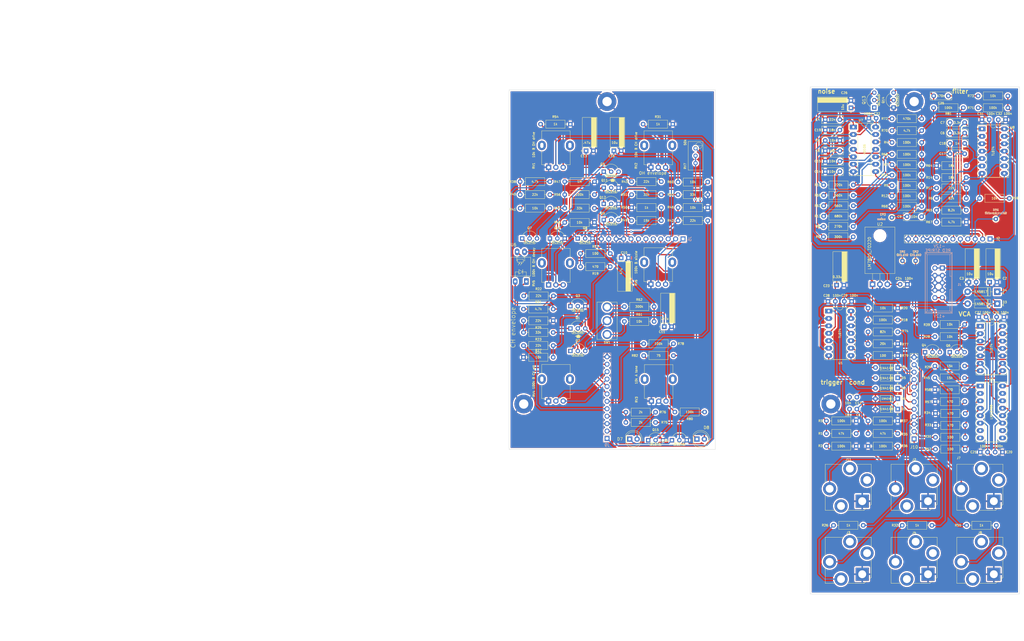
<source format=kicad_pcb>
(kicad_pcb (version 20211014) (generator pcbnew)
  (title_block (title "Freezer"))
  (layers (0 "F.Cu" signal) (31 "B.Cu" signal) (34 "B.Paste" user) (35 "F.Paste" user) (36 "B.SilkS" user "B.Silkscreen") (37 "F.SilkS" user "F.Silkscreen") (38 "B.Mask" user) (39 "F.Mask" user) (44 "Edge.Cuts" user))
  (net 0 "")
  (net 1 "+12V")
  (net 2 "GND")
  (net 3 "-12V")
  (net 4 "Net-(C1-Pad2)")
  (net 5 "Net-(C1-Pad1)")
  (net 6 "Net-(R1-Pad1)")
  (net 7 "Net-(C4-Pad1)")
  (net 8 "Net-(R4-Pad1)")
  (net 9 "Net-(C5-Pad1)")
  (net 10 "Net-(C8-Pad1)")
  (net 11 "Net-(C9-Pad1)")
  (net 12 "Net-(C14-Pad1)")
  (net 13 "Net-(R12-Pad1)")
  (net 15 "Net-(C12-Pad1)")
  (net 16 "Net-(C12-Pad2)")
  (net 17 "Net-(C13-Pad1)")
  (net 18 "Net-(C16-Pad1)")
  (net 19 "noise_bandpass")
  (net 20 "Net-(C17-Pad1)")
  (net 21 "Net-(C18-Pad1)")
  (net 22 "Net-(C19-Pad1)")
  (net 23 "Net-(D2-Pad2)")
  (net 24 "Net-(D5-Pad2)")
  (net 25 "Net-(J3-PadTN)")
  (net 26 "Net-(J4-PadT)")
  (net 29 "Net-(J8-PadT)")
  (net 31 "Net-(D3-Pad2)")
  (net 32 "Net-(D4-Pad1)")
  (net 33 "Net-(C10-Pad1)")
  (net 34 "Net-(Q4-Pad1)")
  (net 35 "Net-(Q5-Pad1)")
  (net 36 "Net-(Q6-Pad3)")
  (net 37 "Net-(Q1-Pad2)")
  (net 38 "Net-(Q1-Pad1)")
  (net 39 "Net-(Q2-Pad2)")
  (net 40 "12V_iso")
  (net 41 "Net-(Q3-Pad2)")
  (net 42 "Net-(Q3-Pad1)")
  (net 43 "Net-(Q4-Pad2)")
  (net 44 "Net-(Q4-Pad3)")
  (net 45 "Net-(Q5-Pad2)")
  (net 46 "Net-(Q6-Pad2)")
  (net 47 "Net-(Q6-Pad1)")
  (net 48 "1V_ref")
  (net 49 "Net-(Q7-Pad2)")
  (net 50 "Net-(Q8-Pad2)")
  (net 51 "Net-(Q8-Pad1)")
  (net 52 "Net-(Q9-Pad2)")
  (net 53 "Net-(Q9-Pad3)")
  (net 54 "Net-(Q10-Pad2)")
  (net 55 "Net-(Q11-Pad2)")
  (net 56 "Net-(Q11-Pad1)")
  (net 57 "Net-(R29-Pad2)")
  (net 58 "Net-(R29-Pad1)")
  (net 59 "Net-(R30-Pad1)")
  (net 60 "Net-(R34-Pad2)")
  (net 61 "Net-(R35-Pad1)")
  (net 62 "Net-(R45-Pad2)")
  (net 63 "Net-(R45-Pad1)")
  (net 64 "Net-(R49-Pad1)")
  (net 65 "Net-(R52-Pad1)")
  (net 66 "Net-(R58-Pad2)")
  (net 67 "Net-(R61-Pad1)")
  (net 68 "Net-(R62-Pad1)")
  (net 75 "+5V_1")
  (net 76 "Net-(C25-Pad1)")
  (net 77 "Net-(C25-Pad2)")
  (net 78 "Net-(C26-Pad1)")
  (net 79 "Net-(Q13-Pad2)")
  (net 82 "Net-(D7-Pad1)")
  (net 83 "Net-(D7-Pad2)")
  (net 84 "Net-(D8-Pad1)")
  (net 85 "Net-(D8-Pad2)")
  (net 86 "Net-(Q15-Pad2)")
  (net 87 "Net-(Q16-Pad2)")
  (net 88 "Net-(R71-Pad1)")
  (net 89 "Net-(C6-Pad2)")
  (net 90 "Net-(C9-Pad2)")
  (net 91 "Net-(C15-Pad1)")
  (net 92 "Net-(R7-Pad1)")
  (net 93 "Net-(R10-Pad2)")
  (net 94 "Net-(R14-Pad2)")
  (net 95 "Net-(R16-Pad1)")
  (net 96 "Net-(R65-Pad2)")
  (net 97 "Net-(R66-Pad1)")
  (net 98 "Net-(U1-Pad13)")
  (net 99 "/envelopes/CH_env_shorten")
  (net 100 "accent_brain")
  (net 101 "accent_ctrl")
  (net 102 "CH_env_ctrl")
  (net 103 "white_noise_raw_ctrl")
  (net 104 "white_noise_att_ctrl")
  (net 105 "noise_filtered_ctrl")
  (net 106 "CH_noise_att_ctrl")
  (net 107 "OH_noise_att_ctrl")
  (net 108 "OH_env_ctrl")
  (net 109 "white_noise_raw_brain")
  (net 110 "white_noise_att_brain")
  (net 111 "noise_filtered_brain")
  (net 112 "CH_noise_att_brain")
  (net 113 "OH_noise_att_brain")
  (net 114 "CH_env_brain")
  (net 115 "OH_env_brain")
  (net 116 "CH_trig_brain")
  (net 117 "OH_trig_brain")
  (net 118 "vactrol_anode_brain")
  (net 119 "vactrol_cathode_brain")
  (net 120 "CH_trig_ctrl")
  (net 121 "OH_trig_ctrl")
  (net 122 "vactrol_anode_ctrl")
  (net 123 "vactrol_cathode_ctrl")
  (net 124 "CVin_ctrl")
  (net 125 "CVin_att_ctrl")
  (net 126 "CVin_brain")
  (net 127 "CVin_att_brain")
  (net 128 "bandpass_pot_brain")
  (net 129 "bandpass_pot_ctrl")
  (net 130 "Net-(R74-Pad1)")
  (net 131 "Net-(R82-Pad1)")
  (net 132 "noise_gain_1_ctrl")
  (net 133 "noise_gain_2_ctrl")
  (net 134 "noise_gain_1_brain")
  (footprint "MountingHole:MountingHole_3.2mm_M3_Pad" (layer "F.Cu") (at 52.5 35.5)
    (fp_text reference "H1")
    (fp_text value "MountingHole")
  )
  (footprint "MountingHole:MountingHole_3.2mm_M3_Pad" (layer "F.Cu") (at 157.5 35.5)
    (fp_text reference "H2")
    (fp_text value "MountingHole")
  )
  (footprint "Connector_PinSocket_2.54mm:PinSocket_1x12_P2.54mm_Vertical" (layer "F.Cu") (at 157.475 150.95 180)
    (fp_text reference "J10")
    (fp_text value "brain_south")
  )
  (footprint "Connector_PinSocket_2.54mm:PinSocket_1x12_P2.54mm_Vertical" (layer "F.Cu") (at 183.45 82.525 -90)
    (fp_text reference "J6")
    (fp_text value "brain_north")
  )
  (footprint "ao_tht:C_Disc_D3.0mm_W1.6mm_P2.50mm" (layer "F.Cu") (at 137.902 140.716 180)
    (fp_text reference "C1")
    (fp_text value "10n")
  )
  (footprint "ao_tht:C_Disc_D3.0mm_W1.6mm_P2.50mm" (layer "F.Cu") (at 128.036 103.886)
    (fp_text reference "C28")
    (fp_text value "100n")
  )
  (footprint "ao_tht:C_Disc_D3.0mm_W1.6mm_P2.50mm" (layer "F.Cu") (at 136.124 103.886 180)
    (fp_text reference "C29")
    (fp_text value "100n")
  )
  (footprint "ao_tht:D_DO-35_SOD27_P7.62mm_Horizontal" (layer "F.Cu") (at 151.892 140.716 180)
    (fp_text reference "D1")
    (fp_text value "1N4148")
  )
  (footprint "MountingHole:MountingHole_3.2mm_M3_Pad" (layer "F.Cu") (at 129 139)
    (fp_text reference "H3")
    (fp_text value "MountingHole")
  )
  (footprint "MountingHole:MountingHole_3.2mm_M3_Pad" (layer "F.Cu") (at 24 139)
    (fp_text reference "H4")
    (fp_text value "MountingHole")
  )
  (footprint "ao_tht:Jack_6.35mm_PJ_629HAN" (layer "F.Cu") (at 157.5 167.5)
    (fp_text reference "J2")
    (fp_text value "CH trig")
  )
  (footprint "ao_tht:R_Axial_DIN0207_L6.3mm_D2.5mm_P10.16mm_Horizontal" (layer "F.Cu") (at 127.508 149.098)
    (fp_text reference "R1")
    (fp_text value "47k")
  )
  (footprint "ao_tht:R_Axial_DIN0207_L6.3mm_D2.5mm_P10.16mm_Horizontal" (layer "F.Cu") (at 137.668 153.416 180)
    (fp_text reference "R2")
    (fp_text value "100k")
  )
  (footprint "ao_tht:R_Axial_DIN0207_L6.3mm_D2.5mm_P10.16mm_Horizontal" (layer "F.Cu") (at 137.668 144.78 180)
    (fp_text reference "R3")
    (fp_text value "100k")
  )
  (footprint "ao_tht:DIP-14_W7.62mm_Socket_LongPads" (layer "F.Cu") (at 128.28 107.183)
    (fp_text reference "U1")
    (fp_text value "TL074")
  )
  (footprint "ao_tht:D_DO-35_SOD27_P7.62mm_Horizontal" (layer "F.Cu") (at 151.892 133.604 180)
    (fp_text reference "D2")
    (fp_text value "1N4148")
  )
  (footprint "ao_tht:R_Axial_DIN0207_L6.3mm_D2.5mm_P10.16mm_Horizontal" (layer "F.Cu") (at 149.92 41.372)
    (fp_text reference "R72")
    (fp_text value "470k")
  )
  (footprint "Package_TO_SOT_THT:TO-92_Inline_Wide" (layer "F.Cu") (at 143.86 37.54 90)
    (fp_text reference "Q13")
    (fp_text value "BC546")
  )
  (footprint "ao_tht:R_Axial_DIN0207_L6.3mm_D2.5mm_P10.16mm_Horizontal" (layer "F.Cu") (at 175.312 65.064 180)
    (fp_text reference "R11")
    (fp_text value "22k")
  )
  (footprint "ao_tht:R_Axial_DIN0207_L6.3mm_D2.5mm_P10.16mm_Horizontal" (layer "F.Cu") (at 165.152 57.444)
    (fp_text reference "R64")
    (fp_text value "18k")
  )
  (footprint "ao_tht:C_Rect_L7.2mm_W2.5mm_P5.00mm_FKS2_FKP2_MKS2_MKP2" (layer "F.Cu") (at 132.092 55.92 180)
    (fp_text reference "C15")
    (fp_text value "10n")
  )
  (footprint "ao_tht:R_Axial_DIN0207_L6.3mm_D2.5mm_P10.16mm_Horizontal" (layer "F.Cu") (at 141.732 114.3)
    (fp_text reference "R74")
    (fp_text value "82k")
  )
  (footprint "ao_tht:TestPoint_THTPad_D1.5mm_Drill0.7mm" (layer "F.Cu") (at 157.988 90)
    (fp_text reference "TP2")
    (fp_text value "CH_env")
  )
  (footprint "ao_tht:R_Axial_DIN0207_L6.3mm_D2.5mm_P10.16mm_Horizontal" (layer "F.Cu") (at 174.94 154.432 180)
    (fp_text reference "R52")
    (fp_text value "100")
  )
  (footprint "ao_tht:R_Axial_DIN0207_L6.3mm_D2.5mm_P10.16mm_Horizontal" (layer "F.Cu") (at 179.376 33.568)
    (fp_text reference "R73")
    (fp_text value "10k")
  )
  (footprint "ao_tht:R_Axial_DIN0207_L6.3mm_D2.5mm_P10.16mm_Horizontal" (layer "F.Cu") (at 165.152 68.62)
    (fp_text reference "R6")
    (fp_text value "82k")
  )
  (footprint "ao_tht:R_Axial_DIN0207_L6.3mm_D2.5mm_P10.16mm_Horizontal" (layer "F.Cu") (at 164.136 37.632)
    (fp_text reference "R81")
    (fp_text value "100k")
  )
  (footprint "ao_tht:C_Disc_D3.0mm_W1.6mm_P2.50mm" (layer "F.Cu") (at 188.754 41.696 180)
    (fp_text reference "C32")
    (fp_text value "100n")
  )
  (footprint "ao_tht:R_Axial_DIN0207_L6.3mm_D2.5mm_P10.16mm_Horizontal" (layer "F.Cu") (at 76.76 76.24)
    (fp_text reference "R42")
    (fp_text value "22k")
  )
  (footprint "ao_tht:CP_Radial_horizontalflat_D5mm_P2.50mm_H10mm" (layer "F.Cu") (at 183.304 97.282)
    (fp_text reference "C2")
    (fp_text value "10u")
  )
  (footprint "ao_tht:R_Axial_DIN0207_L6.3mm_D2.5mm_P10.16mm_Horizontal" (layer "F.Cu") (at 34.08 114.5 180)
    (fp_text reference "R23")
    (fp_text value "33k")
  )
  (footprint "ao_tht:R_Axial_DIN0207_L6.3mm_D2.5mm_P10.16mm_Horizontal" (layer "F.Cu") (at 34.08 119 180)
    (fp_text reference "R24")
    (fp_text value "22k")
  )
  (footprint "ao_tht:Potentiometer_Alpha_RD901F-40-00D_Single_Vertical_centered" (layer "F.Cu") (at 35 50.5 90)
    (fp_text reference "RV1")
    (fp_text value "10k B OH drive")
  )
  (footprint "ao_tht:TO-92_Inline_Wide" (layer "F.Cu") (at 39.96 105.516)
    (fp_text reference "Q3")
    (fp_text value "BC546")
  )
  (footprint "ao_tht:R_Axial_DIN0207_L6.3mm_D2.5mm_P10.16mm_Horizontal" (layer "F.Cu") (at 126.492 81.788)
    (fp_text reference "R5")
    (fp_text value "300k")
  )
  (footprint "ao_tht:R_Axial_DIN0207_L6.3mm_D2.5mm_P10.16mm_Horizontal" (layer "F.Cu") (at 126.544 71.16)
    (fp_text reference "R63")
    (fp_text value "560k")
  )
  (footprint "ao_tht:R_Axial_DIN0207_L6.3mm_D2.5mm_P10.16mm_Horizontal" (layer "F.Cu") (at 174.752 115.951 180)
    (fp_text reference "R28")
    (fp_text value "10k")
  )
  (footprint "ao_tht:R_Axial_DIN0207_L6.3mm_D2.5mm_P10.16mm_Horizontal" (layer "F.Cu") (at 174.94 150.368 180)
    (fp_text reference "R30")
    (fp_text value "100")
  )
  (footprint "ao_tht:CP_Radial_horizontalflat_D5mm_P2.50mm_H10mm" (layer "F.Cu") (at 45.317621 52.364)
    (fp_text reference "C13")
    (fp_text value ".47u")
  )
  (footprint "ao_tht:R_Axial_DIN0207_L6.3mm_D2.5mm_P10.16mm_Horizontal" (layer "F.Cu") (at 126.544 67.604)
    (fp_text reference "R69")
    (fp_text value "560k")
  )
  (footprint "ao_tht:R_Axial_DIN0207_L6.3mm_D2.5mm_P10.16mm_Horizontal" (layer "F.Cu") (at 23.92 123)
    (fp_text reference "R27")
    (fp_text value "10k")
  )
  (footprint "ao_tht:R_Axial_DIN0207_L6.3mm_D2.5mm_P10.16mm_Horizontal" (layer "F.Cu") (at 149.92 57.12)
    (fp_text reference "R7")
    (fp_text value "100k")
  )
  (footprint "ao_tht:C_Disc_D3.0mm_W1.6mm_P2.50mm" (layer "F.Cu") (at 180.666 41.696)
    (fp_text reference "C31")
    (fp_text value "100n")
  )
  (footprint "ao_tht:D_DO-35_SOD27_P7.62mm_Horizontal" (layer "F.Cu") (at 151.892 137.16 180)
    (fp_text reference "D6")
    (fp_text value "1N4148")
  )
  (footprint "ao_tht:R_Axial_DIN0207_L6.3mm_D2.5mm_P10.16mm_Horizontal" (layer "F.Cu") (at 71.045 62.905 180)
    (fp_text reference "R43")
    (fp_text value "22k")
  )
  (footprint "LED_THT:LED_D5.0mm" (layer "F.Cu") (at 60.225 151)
    (fp_text reference "D7")
    (fp_text value "LED_red_OH")
  )
  (footprint "ao_tht:R_Axial_DIN0207_L6.3mm_D2.5mm_P10.16mm_Horizontal" (layer "F.Cu") (at 126.492 78.232)
    (fp_text reference "R8")
    (fp_text value "270k")
  )
  (footprint "ao_tht:TO-92_Inline_Wide" (layer "F.Cu") (at 23.46 82.36)
    (fp_text reference "Q7")
    (fp_text value "BC546")
  )
  (footprint "ao_tht:C_Disc_D3.0mm_W1.6mm_P2.50mm" (layer "F.Cu") (at 188.194 109.22 180)
    (fp_text reference "C30")
    (fp_text value "100n")
  )
  (footprint "ao_tht:R_Axial_DIN0207_L6.3mm_D2.5mm_P10.16mm_Horizontal" (layer "F.Cu") (at 48.185 72 180)
    (fp_text reference "R44")
    (fp_text value "33k")
  )
  (footprint "ao_tht:DIP-14_W7.62mm_Socket_LongPads" (layer "F.Cu") (at 180.096 112.375)
    (fp_text reference "U4")
    (fp_text value "TL074")
  )
  (footprint "ao_tht:R_Axial_DIN0207_L6.3mm_D2.5mm_P10.16mm_Horizontal" (layer "F.Cu") (at 141.732 110.236)
    (fp_text reference "R18")
    (fp_text value "100k")
  )
  (footprint "ao_tht:C_Rect_L7.2mm_W2.5mm_P5.00mm_FKS2_FKP2_MKS2_MKP2" (layer "F.Cu") (at 169.764 53.38)
    (fp_text reference "C17")
    (fp_text value "1n")
  )
  (footprint "ao_tht:TestPoint_THTPad_D1.5mm_Drill0.7mm" (layer "F.Cu") (at 149.86 75.184)
    (fp_text reference "TP3")
    (fp_text value "noise")
  )
  (footprint "ao_tht:Jack_6.35mm_PJ_629HAN" (layer "F.Cu") (at 135 192.5)
    (fp_text reference "J3")
    (fp_text value "accent")
  )
  (footprint "ao_tht:R_Axial_DIN0207_L6.3mm_D2.5mm_P10.16mm_Horizontal" (layer "F.Cu") (at 48.185 62.905 180)
    (fp_text reference "R47")
    (fp_text value "1M")
  )
  (footprint "ao_tht:vactrol_Luna_NSL-32_with_diagram" (layer "F.Cu") (at 24.91 97.08 90)
    (fp_text reference "U6")
    (fp_text value "Vactrol")
  )
  (footprint "ao_tht:TO-92_Inline_Wide" (layer "F.Cu") (at 169.672 121.264)
    (fp_text reference "Q6")
    (fp_text value "BC556")
  )
  (footprint "ao_tht:C_Disc_D3.0mm_W1.6mm_P2.50mm" (layer "F.Cu") (at 137.902 136.652 180)
    (fp_text reference "C12")
    (fp_text value "10n")
  )
  (footprint "ao_tht:R_Axial_DIN0207_L6.3mm_D2.5mm_P10.16mm_Horizontal" (layer "F.Cu") (at 164.592 130.048)
    (fp_text reference "R45")
    (fp_text value "15k")
  )
  (footprint "ao_tht:CP_Radial_horizontalflat_D5mm_P2.50mm_H10mm" (layer "F.Cu") (at 72.052 112.522)
    (fp_text reference "C11")
    (fp_text value ".47u")
  )
  (footprint "ao_tht:CP_Radial_horizontalflat_D5mm_P2.50mm_H10mm" (layer "F.Cu") (at 135.89 37.676 90)
    (fp_text reference "C26")
    (fp_text value "10u")
  )
  (footprint "ao_tht:Potentiometer_Alpha_RD901F-40-00D_Single_Vertical_centered" (layer "F.Cu") (at 70 50.5 90)
    (fp_text reference "RV2")
    (fp_text value "10k B CH drive")
  )
  (footprint "ao_tht:TO-92_Inline_Wide" (layer "F.Cu") (at 39.96 113.136)
    (fp_text reference "Q1")
    (fp_text value "BC556")
  )
  (footprint "ao_tht:R_Axial_DIN0207_L6.3mm_D2.5mm_P10.16mm_Horizontal" (layer "F.Cu") (at 60.885 71.795)
    (fp_text reference "R50")
    (fp_text value "1k")
  )
  (footprint "ao_tht:DIP-16_W7.62mm_Socket_LongPads" (layer "F.Cu") (at 180.096 132.832)
    (fp_text reference "U5")
    (fp_text value "LM13700")
  )
  (footprint "ao_tht:R_Axial_DIN0207_L6.3mm_D2.5mm_P10.16mm_Horizontal" (layer "F.Cu") (at 149.92 53.564)
    (fp_text reference "R66")
    (fp_text value "100k")
  )
  (footprint "ao_tht:R_Axial_DIN0207_L6.3mm_D2.5mm_P10.16mm_Horizontal" (layer "F.Cu") (at 140.08 180.5 180)
    (fp_text reference "R26")
    (fp_text value "1k")
  )
  (footprint "ao_tht:R_Axial_DIN0207_L6.3mm_D2.5mm_P10.16mm_Horizontal" (layer "F.Cu") (at 24 102)
    (fp_text reference "R22")
    (fp_text value "22k")
  )
  (footprint "LED_THT:LED_D5.0mm" (layer "F.Cu") (at 83.225 151)
    (fp_text reference "D8")
    (fp_text value "LED_red_CH")
  )
  (footprint "ao_tht:TO-92_Inline_Wide" (layer "F.Cu") (at 66.548 151.384)
    (fp_text reference "Q15")
    (fp_text value "BC546")
  )
  (footprint "ao_tht:DIP-14_W7.62mm_Socket_LongPads" (layer "F.Cu") (at 136.704 44.236)
    (fp_text reference "U7")
    (fp_text value "40106")
  )
  (footprint "ao_tht:R_Axial_DIN0207_L6.3mm_D2.5mm_P10.16mm_Horizontal" (layer "F.Cu") (at 141.732 153.416)
    (fp_text reference "R36")
    (fp_text value "100k")
  )
  (footprint "ao_tht:R_Axial_DIN0207_L6.3mm_D2.5mm_P10.16mm_Horizontal" (layer "F.Cu") (at 71.045 76.24 180)
    (fp_text reference "R49")
    (fp_text value "15k")
  )
  (footprint "ao_tht:TO-92_Inline_Wide" (layer "F.Cu") (at 39.96 120.86)
    (fp_text reference "Q2")
    (fp_text value "BC546")
  )
  (footprint "ao_tht:CP_Radial_horizontalflat_D5mm_P2.50mm_H10mm_south" (layer "F.Cu") (at 57.317621 89)
    (fp_text reference "C10")
    (fp_text value "47u")
  )
  (footprint "ao_tht:R_Axial_DIN0207_L6.3mm_D2.5mm_P10.16mm_Horizontal" (layer "F.Cu") (at 126.544 64.048)
    (fp_text reference "R10")
    (fp_text value "220k")
  )
  (footprint "ao_tht:TO-92_Inline_Wide" (layer "F.Cu") (at 51.36 70.504)
    (fp_text reference "Q12")
    (fp_text value "BC546")
  )
  (footprint "ao_tht:R_Axial_DIN0207_L6.3mm_D2.5mm_P10.16mm_Horizontal" (layer "F.Cu") (at 153.42 180.5)
    (fp_text reference "R32")
    (fp_text value "1k")
  )
  (footprint "ao_tht:C_Rect_L7.2mm_W2.5mm_P5.00mm_FKS2_FKP2_MKS2_MKP2" (layer "F.Cu") (at 132.092 41.696 180)
    (fp_text reference "C4")
    (fp_text value "22n")
  )
  (footprint "ao_tht:D_DO-41_SOD81_P10.16mm_Horizontal" (layer "F.Cu") (at 185.928 100.584 180)
    (fp_text reference "D4")
    (fp_text value "1N5817")
  )
  (footprint "ao_tht:R_Axial_DIN0207_L6.3mm_D2.5mm_P10.16mm_Horizontal" (layer "F.Cu") (at 86.92 63.032 180)
    (fp_text reference "R60")
    (fp_text value "10k")
  )
  (footprint "ao_tht:C_Rect_L7.2mm_W2.5mm_P5.00mm_FKS2_FKP2_MKS2_MKP2" (layer "F.Cu") (at 132.092 52.364 180)
    (fp_text reference "C8")
    (fp_text value "18n")
  )
  (footprint "ao_tht:C_Disc_D3.0mm_W1.6mm_P2.50mm" (layer "F.Cu") (at 179.598 109.22)
    (fp_text reference "C27")
    (fp_text value "100n")
  )
  (footprint "ao_tht:C_Disc_D3.0mm_W1.6mm_P2.50mm" (layer "F.Cu") (at 144.506 41.188 180)
    (fp_text reference "C22")
    (fp_text value "100n")
  )
  (footprint "ao_tht:Jack_6.35mm_PJ_629HAN" (layer "F.Cu") (at 157.5 192.5)
    (fp_text reference "J4")
    (fp_text value "CH out")
  )
  (footprint "ao_tht:R_Axial_DIN0207_L6.3mm_D2.5mm_P10.16mm_Horizontal" (layer "F.Cu") (at 22.785 62.905)
    (fp_text reference "R38")
    (fp_text value "4.7k")
  )
  (footprint "ao_tht:R_Axial_DIN0207_L6.3mm_D2.5mm_P10.16mm_Horizontal" (layer "F.Cu") (at 189.536 37.632 180)
    (fp_text reference "R71")
    (fp_text value "100k")
  )
  (footprint "ao_tht:TO-92_Inline_Wide" (layer "F.Cu") (at 32.96 82.36)
    (fp_text reference "Q10")
    (fp_text value "BC546")
  )
  (footprint "ao_tht:R_Axial_DIN0207_L6.3mm_D2.5mm_P10.16mm_Horizontal" (layer "F.Cu") (at 151.892 106.172 180)
    (fp_text reference "R20")
    (fp_text value "10k")
  )
  (footprint "ao_tht:R_Axial_DIN0207_L6.3mm_D2.5mm_P10.16mm_Horizontal" (layer "F.Cu") (at 149.92 60.676)
    (fp_text reference "R16")
    (fp_text value "100k")
  )
  (footprint "ao_tht:R_Axial_DIN0207_L6.3mm_D2.5mm_P10.16mm_Horizontal" (layer "F.Cu") (at 175.312 76.748 180)
    (fp_text reference "R67")
    (fp_text value "4.7k")
  )
  (footprint "ao_tht:R_Axial_DIN0207_L6.3mm_D2.5mm_P10.16mm_Horizontal" (layer "F.Cu") (at 76.76 67.35)
    (fp_text reference "R53")
    (fp_text value "33k")
  )
  (footprint "ao_tht:TO-92_Inline_Wide" (layer "F.Cu") (at 74.676 151.384)
    (fp_text reference "Q16")
    (fp_text value "BC546")
  )
  (footprint "ao_tht:C_Rect_L7.2mm_W2.5mm_P5.00mm_FKS2_FKP2_MKS2_MKP2" (layer "F.Cu") (at 132.092 45.252 180)
    (fp_text reference "C19")
    (fp_text value "18n")
  )
  (footprint "ao_tht:R_Axial_DIN0207_L6.3mm_D2.5mm_P10.16mm_Horizontal" (layer "F.Cu") (at 151.892 118.364 180)
    (fp_text reference "R77")
    (fp_text value "20k")
  )
  (footprint "ao_tht:C_Rect_L7.2mm_W2.5mm_P5.00mm_FKS2_FKP2_MKS2_MKP2" (layer "F.Cu") (at 174.764 42.712 180)
    (fp_text reference "C7")
    (fp_text value "3.3n")
  )
  (footprint "ao_tht:R_Axial_DIN0207_L6.3mm_D2.5mm_P10.16mm_Horizontal" (layer "F.Cu") (at 69.088 141.788 180)
    (fp_text reference "R76")
    (fp_text value "2k")
  )
  (footprint "ao_tht:SPDT-toggle-switch-1M-series" (layer "F.Cu") (at 52.5 110.5 180)
    (fp_text reference "SW1")
    (fp_text value "mute")
  )
  (footprint "ao_tht:R_Axial_DIN0207_L6.3mm_D2.5mm_P10.16mm_Horizontal" (layer "F.Cu") (at 174.752 111.76 180)
    (fp_text reference "R39")
    (fp_text value "10k")
  )
  (footprint "ao_tht:D_DO-35_SOD27_P7.62mm_Horizontal" (layer "F.Cu") (at 151.892 130.048 180)
    (fp_text reference "D5")
    (fp_text value "1N4148")
  )
  (footprint "ao_tht:R_Axial_DIN0207_L6.3mm_D2.5mm_P10.16mm_Horizontal" (layer "F.Cu") (at 149.92 67.788)
    (fp_text reference "R12")
    (fp_text value "100k")
  )
  (footprint "ao_tht:D_DO-41_SOD81_P10.16mm_Horizontal" (layer "F.Cu") (at 185.928 104.648 180)
    (fp_text reference "D3")
    (fp_text value "1N5817")
  )
  (footprint "ao_tht:R_Axial_DIN0207_L6.3mm_D2.5mm_P10.16mm_Horizontal" (layer "F.Cu") (at 149.92 45.436)
    (fp_text reference "R70")
    (fp_text value "4.7k")
  )
  (footprint "ao_tht:CP_Radial_horizontalflat_D5mm_P2.50mm_H10mm" (layer "F.Cu") (at 130.98 98.298)
    (fp_text reference "C23")
    (fp_text value "0.33u")
  )
  (footprint "ao_tht:Potentiometer_Alpha_RD901F-40-00D_Single_Vertical_centered" (layer "F.Cu") (at 35 130.475 90)
    (fp_text reference "RV4")
    (fp_text value "100k B CV att")
  )
  (footprint "ao_tht:R_Axial_DIN0207_L6.3mm_D2.5mm_P10.16mm_Horizontal" (layer "F.Cu") (at 32.945 72 180)
    (fp_text reference "R41")
    (fp_text value "10k")
  )
  (footprint "ao_tht:R_Axial_DIN0207_L6.3mm_D2.5mm_P10.16mm_Horizontal" (layer "F.Cu") (at 164.78 146.304)
    (fp_text reference "R33")
    (fp_text value "470")
  )
  (footprint "ao_tht:R_Axial_DIN0207_L6.3mm_D2.5mm_P10.16mm_Horizontal" (layer "F.Cu") (at 48.185 76.875 180)
    (fp_text reference "R48")
    (fp_text value "10k")
  )
  (footprint "ao_tht:R_Axial_DIN0207_L6.3mm_D2.5mm_P10.16mm_Horizontal" (layer "F.Cu") (at 53.58 92 180)
    (fp_text reference "R19")
    (fp_text value "470")
  )
  (footprint "ao_tht:Potentiometer_Alpha_RD901F-40-00D_Single_Vertical_centered" (layer "F.Cu") (at 70.156 130.5 90)
    (fp_text reference "RV3")
    (fp_text value "10k A tone")
  )
  (footprint "ao_tht:TO-92_Inline_Wide" (layer "F.Cu") (at 150.464 37.54 90)
    (fp_text reference "Q14")
    (fp_text value "2N3904")
  )
  (footprint "ao_tht:R_Axial_DIN0207_L6.3mm_D2.5mm_P10.16mm_Horizontal" (layer "F.Cu") (at 74.982 43.22 180)
    (fp_text reference "R31")
    (fp_text value "1k")
  )
  (footprint "ao_tht:R_Axial_DIN0207_L6.3mm_D2.5mm_P10.16mm_Horizontal" (layer "F.Cu") (at 151.892 144.78 180)
    (fp_text reference "R37")
    (fp_text value "100k")
  )
  (footprint "ao_tht:R_Axial_DIN0207_L6.3mm_D2.5mm_P10.16mm_Horizontal" (layer "F.Cu") (at 86.92 71.795 180)
    (fp_text reference "R46")
    (fp_text value "10k")
  )
  (footprint "Package_TO_SOT_THT:TO-220-3_Horizontal_TabDown" (layer "F.Cu") (at 143.256 98.044)
    (fp_text reference "U2")
    (fp_text value "LM7805_TO220")
  )
  (footprint "ao_tht:Jack_6.35mm_PJ_629HAN" (layer "F.Cu") (at 135 167.5)
    (fp_text reference "J11")
    (fp_text value "CVin")
  )
  (footprint "ao_tht:C_Rect_L7.2mm_W2.5mm_P5.00mm_FKS2_FKP2_MKS2_MKP2" (layer "F.Cu") (at 132.092 59.476 180)
    (fp_text reference "C14")
    (fp_text value "10n")
  )
  (footprint "ao_tht:R_Axial_DIN0207_L6.3mm_D2.5mm_P10.16mm_Horizontal" (layer "F.Cu") (at 141.732 149.098)
    (fp_text reference "R35")
    (fp_text value "47k")
  )
  (footprint "ao_tht:R_Axial_DIN0207_L6.3mm_D2.5mm_P10.16mm_Horizontal" (layer "F.Cu") (at 65.024 122.428)
    (fp_text reference "R82")
    (fp_text value "75")
  )
  (footprint "ao_tht:R_Axial_DIN0207_L6.3mm_D2.5mm_P10.16mm_Horizontal" (layer "F.Cu") (at 23.92 106.5)
    (fp_text reference "R21")
    (fp_text value "4.7k")
  )
  (footprint "ao_tht:CP_Radial_horizontalflat_D5mm_P2.50mm_H10mm" (layer "F.Cu") (at 54.817621 52.364)
    (fp_text reference "C16")
    (fp_text value "10u")
  )
  (footprint "ao_tht:R_Axial_DIN0207_L6.3mm_D2.5mm_P10.16mm_Horizontal" (layer "F.Cu") (at 151.892 122.428 180)
    (fp_text reference "R79")
    (fp_text value "100")
  )
  (footprint "ao_tht:R_Axial_DIN0207_L6.3mm_D2.5mm_P10.16mm_Horizontal" (layer "F.Cu") (at 43.42 87.5)
    (fp_text reference "R17")
    (fp_text value "100")
  )
  (footprint "ao_tht:R_Axial_DIN0207_L6.3mm_D2.5mm_P10.16mm_Horizontal" (layer "F.Cu") (at 58.42 105.664)
    (fp_text reference "R62")
    (fp_text value "300k")
  )
  (footprint "ao_tht:Jack_6.35mm_PJ_629HAN" (layer "F.Cu") (at 180 167.5)
    (fp_text reference "J7")
    (fp_text value "OH trig")
  )
  (footprint "ao_tht:R_Axial_DIN0207_L6.3mm_D2.5mm_P10.16mm_Horizontal" (layer "F.Cu") (at 185.58 180.5 180)
    (fp_text reference "R55")
    (fp_text value "1k")
  )
  (footprint "ao_tht:TO-92_Inline_Wide" (layer "F.Cu") (at 51.36 76.004)
    (fp_text reference "Q9")
    (fp_text value "BC546")
  )
  (footprint "ao_tht:C_Rect_L7.2mm_W2.5mm_P5.00mm_FKS2_FKP2_MKS2_MKP2" (layer "F.Cu") (at 127.092 48.808)
    (fp_text reference "C5")
    (fp_text value "18n")
  )
  (footprint "ao_tht:R_Axial_DIN0207_L6.3mm_D2.5mm_P10.16mm_Horizontal" (layer "F.Cu") (at 32.945 67.35 180)
    (fp_text reference "R40")
    (fp_text value "22k")
  )
  (footprint "ao_tht:C_Rect_L7.2mm_W2.5mm_P5.00mm_FKS2_FKP2_MKS2_MKP2" (layer "F.Cu") (at 169.764 46.268)
    (fp_text reference "C6")
    (fp_text value "3.3n")
  )
  (footprint "ao_tht:C_Rect_L7.2mm_W2.5mm_P5.00mm_FKS2_FKP2_MKS2_MKP2" (layer "F.Cu") (at 169.176 33.568 180)
    (fp_text reference "C25")
    (fp_text value "470n")
  )
  (footprint "ao_tht:R_Axial_DIN0207_L6.3mm_D2.5mm_P10.16mm_Horizontal" (layer "F.Cu") (at 149.92 64.232)
    (fp_text reference "R9")
    (fp_text value "100k")
  )
  (footprint "ao_tht:D_DO-35_SOD27_P7.62mm_Horizontal" (layer "F.Cu") (at 151.892 126.492 180)
    (fp_text reference "D9")
    (fp_text value "1N4148")
  )
  (footprint "ao_tht:R_Axial_DIN0207_L6.3mm_D2.5mm_P10.16mm_Horizontal" (layer "F.Cu") (at 126.544 74.716)
    (fp_text reference "R13")
    (fp_text value "680k")
  )
  (footprint "ao_tht:R_Axial_DIN0207_L6.3mm_D2.5mm_P10.16mm_Horizontal" (layer "F.Cu") (at 160.08 71.344 180)
    (fp_text reference "R68")
    (fp_text value "100k")
  )
  (footprint "ao_tht:R_Axial_DIN0207_L6.3mm_D2.5mm_P10.16mm_Horizontal" (layer "F.Cu") (at 165.152 61.508)
    (fp_text reference "R14")
    (fp_text value "18k")
  )
  (footprint "ao_tht:Jack_6.35mm_PJ_629HAN" (layer "F.Cu") (at 180 192.5)
    (fp_text reference "J8")
    (fp_text value "OH out")
  )
  (footprint "ao_tht:TO-92_Inline_Wide" (layer "F.Cu") (at 161.224 121.264)
    (fp_text reference "Q4")
    (fp_text value "BC556")
  )
  (footprint "ao_tht:R_Axial_DIN0207_L6.3mm_D2.5mm_P10.16mm_Horizontal" (layer "F.Cu") (at 164.592 125.984)
    (fp_text reference "R29")
    (fp_text value "15k")
  )
  (footprint "ao_tht:R_Axial_DIN0207_L6.3mm_D2.5mm_P10.16mm_Horizontal" (layer "F.Cu") (at 39.93 43.22 180)
    (fp_text reference "R54")
    (fp_text value "1k")
  )
  (footprint "ao_tht:C_Rect_L7.2mm_W2.5mm_P5.00mm_FKS2_FKP2_MKS2_MKP2" (layer "F.Cu") (at 174.764 49.824 180)
    (fp_text reference "C18")
    (fp_text value "1n")
  )
  (footprint "ao_tht:C_Rect_L7.2mm_W2.5mm_P5.00mm_FKS2_FKP2_MKS2_MKP2" (layer "F.Cu") (at 160.04 74.9 180)
    (fp_text reference "C9")
    (fp_text value "10n")
  )
  (footprint "ao_tht:R_Axial_DIN0207_L6.3mm_D2.5mm_P10.16mm_Horizontal" (layer "F.Cu") (at 85.852 141.732 180)
    (fp_text reference "R80")
    (fp_text value "100k")
  )
  (footprint "ao_tht:TO-92_Inline_Wide" (layer "F.Cu") (at 51.36 65.004)
    (fp_text reference "Q11")
    (fp_text value "BC546")
  )
  (footprint "ao_tht:C_Disc_D3.0mm_W1.6mm_P2.50mm" (layer "F.Cu") (at 152.674 98.044)
    (fp_text reference "C24")
    (fp_text value "100n")
  )
  (footprint "ao_tht:R_Axial_DIN0207_L6.3mm_D2.5mm_P10.16mm_Horizontal" (layer "F.Cu") (at 34.08 110.5 180)
    (fp_text reference "R25")
    (fp_text value "22k")
  )
  (footprint "ao_tht:R_Axial_DIN0207_L6.3mm_D2.5mm_P10.16mm_Horizontal" (layer "F.Cu") (at 69.088 145.288 180)
    (fp_text reference "R75")
    (fp_text value "2k")
  )
  (footprint "ao_tht:Potentiometer_Alpha_RD901F-40-00D_Single_Vertical_centered" (layer "F.Cu") (at 35 90.725 90)
    (fp_text reference "RV5")
    (fp_text value "100k B OH decay")
  )
  (footprint "ao_tht:R_Axial_DIN0207_L6.3mm_D2.5mm_P10.16mm_Horizontal" (layer "F.Cu") (at 149.92 49.5)
    (fp_text reference "R4")
    (fp_text value "100k")
  )
  (footprint "ao_tht:R_Axial_DIN0207_L6.3mm_D2.5mm_P10.16mm_Horizontal" (layer "F.Cu") (at 190.044 68.62 180)
    (fp_text reference "R59")
    (fp_text value "10k")
  )
  (footprint "ao_tht:R_Axial_DIN0207_L6.3mm_D2.5mm_P10.16mm_Horizontal" (layer "F.Cu") (at 164.592 134.112)
    (fp_text reference "R58")
    (fp_text value "470")
  )
  (footprint "ao_tht:R_Axial_DIN0207_L6.3mm_D2.5mm_P10.16mm_Horizontal" (layer "F.Cu") (at 164.78 142.24)
    (fp_text reference "R34")
    (fp_text value "470")
  )
  (footprint "ao_tht:R_Axial_DIN0207_L6.3mm_D2.5mm_P10.16mm_Horizontal" (layer "F.Cu") (at 164.672 138.176)
    (fp_text reference "R57")
    (fp_text value "470")
  )
  (footprint "ao_tht:R_Axial_DIN0207_L6.3mm_D2.5mm_P10.16mm_Horizontal" (layer "F.Cu") (at 75.184 118.364 180)
    (fp_text reference "R78")
    (fp_text value "100k")
  )
  (footprint "ao_tht:R_Axial_DIN0207_L6.3mm_D2.5mm_P10.16mm_Horizontal" (layer "F.Cu") (at 58.42 110.744)
    (fp_text reference "R61")
    (fp_text value "10k")
  )
  (footprint "ao_tht:Potentiometer_Bourns_3296W_Vertical_standard" (layer "F.Cu") (at 82.75 51.5 90)
    (fp_text reference "RV7")
    (fp_text value "50k")
  )
  (footprint "ao_tht:R_Axial_DIN0207_L6.3mm_D2.5mm_P10.16mm_Horizontal" (layer "F.Cu") (at 60.885 67.35)
    (fp_text reference "R51")
    (fp_text value "33k")
  )
  (footprint "ao_tht:TestPoint_THTPad_D1.5mm_Drill0.7mm" (layer "F.Cu") (at 185.42 75.692)
    (fp_text reference "TP4")
    (fp_text value "filtered_noise")
  )
  (footprint "ao_tht:C_Disc_D3.0mm_W1.6mm_P2.50mm" (layer "F.Cu") (at 180.106 155.448)
    (fp_text reference "C21")
    (fp_text value "100n")
  )
  (footprint "ao_tht:TO-92_Inline_Wide" (layer "F.Cu") (at 51.36 59.504)
    (fp_text reference "Q5")
    (fp_text value "BC556")
  )
  (footprint "ao_tht:TO-92_Inline_Wide" (layer "F.Cu") (at 42.46 82.36)
    (fp_text reference "Q8")
    (fp_text value "BC546")
  )
  (footprint "ao_tht:DIP-14_W7.62mm_Socket_LongPads" (layer "F.Cu") (at 180.7056 44.8514)
    (fp_text reference "U8")
    (fp_text value "TL074")
  )
  (footprint "ao_tht:R_Axial_DIN0207_L6.3mm_D2.5mm_P10.16mm_Horizontal" (layer "F.Cu") (at 48.185 67.35 180)
    (fp_text reference "R56")
    (fp_text value "100k")
  )
  (footprint "ao_tht:CP_Radial_horizontalflat_D5mm_P2.50mm_H10mm" (layer "F.Cu") (at 176.192 97.282)
    (fp_text reference "C3")
    (fp_text value "10u")
  )
  (footprint "ao_tht:R_Axial_DIN0207_L6.3mm_D2.5mm_P10.16mm_Horizontal" (layer "F.Cu") (at 175.312 72.684 180)
    (fp_text reference "R65")
    (fp_text value "8.2k")
  )
  (footprint "ao_tht:Potentiometer_Alpha_RD901F-40-00D_Single_Vertical_centered" (layer "F.Cu") (at 70 90.5 90)
    (fp_text reference "RV6")
    (fp_text value "100k B sizzle")
  )
  (footprint "ao_tht:C_Disc_D3.0mm_W1.6mm_P2.50mm" (layer "F.Cu") (at 187.686 155.448 180)
    (fp_text reference "C20")
    (fp_text value "100n")
  )
  (footprint "ao_tht:TestPoint_THTPad_D1.5mm_Drill0.7mm" (layer "F.Cu") (at 153.5 90)
    (fp_text reference "TP1")
    (fp_text value "OH_env")
  )
  (footprint "Connector_PinHeader_2.54mm:PinHeader_1x12_P2.54mm_Vertical" (layer "B.Cu") (at 78.475 82.5 90)
    (fp_text reference "J5")
    (fp_text value "ctrl_north")
  )
  (footprint "Connector_PinHeader_2.54mm:PinHeader_1x12_P2.54mm_Vertical" (layer "B.Cu") (at 52.5 150.78)
    (fp_text reference "J9")
    (fp_text value "ctrl_south")
  )
  (footprint "ao_tht:Power_Header" (layer "B.Cu") (at 167.132 92.456 180)
    (fp_text reference "J1")
    (fp_text value "Synth_power_2x5")
  )
  (gr_poly (pts (xy 55.372 62.404) (xy 54.864 62.404) (xy 54.864 62.912) (xy 53.848 62.912) (xy 53.848 62.404) (xy 53.34 62.404) (xy 54.356 61.896)) (layer "F.SilkS") (width 0.15) (fill solid))
  (gr_poly (pts (xy 43.688 115.824) (xy 43.18 115.824) (xy 43.18 116.332) (xy 42.164 116.332) (xy 42.164 115.824) (xy 41.656 115.824) (xy 42.672 115.316)) (layer "F.SilkS") (width 0.15) (fill solid))
  (gr_line (start 19 154.5) (end 19 31.5) (layer "Edge.Cuts") (width 0.1))
  (gr_line (start 122 30.5) (end 122 204) (layer "Edge.Cuts") (width 0.1))
  (gr_line (start 89.5 31.5) (end 89.5 154.5) (layer "Edge.Cuts") (width 0.1))
  (gr_line (start 193.5 30.5) (end 193.5 204) (layer "Edge.Cuts") (width 0.1))
  (gr_line (start 89.5 154.5) (end 19 154.5) (layer "Edge.Cuts") (width 0.1))
  (gr_line (start 19 31.5) (end 89.5 31.5) (layer "Edge.Cuts") (width 0.1))
  (gr_line (start 122 204) (end 193.5 204) (layer "Edge.Cuts") (width 0.1))
  (gr_line (start 122 30.5) (end 193.5 30.5) (layer "Edge.Cuts") (width 0.1))
  (gr_text "VCA" (at 174.752 108.204) (layer "F.SilkS") (effects (font (size 1.5 1.5) (thickness 0.3))))
  (gr_text "trigger  cond" (at 133.096 131.572) (layer "F.SilkS") (effects (font (size 1.5 1.5) (thickness 0.3))))
  (gr_text "CH envelope" (at 20.372 112.816 90) (layer "F.SilkS") (effects (font (size 1.5 1.5))))
  (gr_text "filter" (at 173.228 32.004) (layer "F.SilkS") (effects (font (size 1.5 1.5) (thickness 0.3))))
  (gr_text "noise" (at 127.508 32.004) (layer "F.SilkS") (effects (font (size 1.5 1.5) (thickness 0.3))))
  (gr_text "OH envelope" (at 68.124 59.984) (layer "F.SilkS") (effects (font (size 1 1))))
  (segment (start 58.928 141.788) (end 55.712 141.788) (width 0.4) (layer "F.Cu") (net 1))
  (segment (start 159.438 143.33) (end 160.02 142.748) (width 0.4) (layer "F.Cu") (net 1))
  (segment (start 130.98 97.112) (end 132.08 96.012) (width 0.4) (layer "F.Cu") (net 1))
  (segment (start 160.528 107.188) (end 157.48 110.236) (width 0.4) (layer "F.Cu") (net 1))
  (segment (start 143.256 98.044) (end 143.256 97.028) (width 0.4) (layer "F.Cu") (net 1))
  (segment (start 130.536 103.886) (end 130.536 98.742) (width 0.4) (layer "F.Cu") (net 1))
  (segment (start 145.796 110.236) (end 143.256 107.696) (width 0.4) (layer "F.Cu") (net 1))
  (segment (start 183.896 104.648) (end 182.098 106.446) (width 0.4) (layer "F.Cu") (net 1))
  (segment (start 128.28 114.803) (end 130.536 112.547) (width 0.4) (layer "F.Cu") (net 1))
  (segment (start 160.08 45.436) (end 158.05 47.466) (width 0.4) (layer "F.Cu") (net 1))
  (segment (start 180.066 107.188) (end 160.528 107.188) (width 0.4) (layer "F.Cu") (net 1))
  (segment (start 182.098 109.22) (end 180.066 107.188) (width 0.4) (layer "F.Cu") (net 1))
  (segment (start 143.256 107.696) (end 143.256 98.044) (width 0.4) (layer "F.Cu") (net 1))
  (segment (start 158.05 82.525) (end 158.05 84.774) (width 0.4) (layer "F.Cu") (net 1))
  (segment (start 157.48 110.236) (end 151.892 110.236) (width 0.4) (layer "F.Cu") (net 1))
  (segment (start 160.02 142.748) (end 160.02 112.776) (width 0.4) (layer "F.Cu") (net 1))
  (segment (start 183.304 102.024) (end 183.304 97.282) (width 0.4) (layer "F.Cu") (net 1))
  (segment (start 182.098 106.446) (end 182.098 109.22) (width 0.4) (layer "F.Cu") (net 1))
  (segment (start 58.645 74) (end 53.364 74) (width 0.4) (layer "F.Cu") (net 1))
  (segment (start 55.5 89.42) (end 55.5 142) (width 0.4) (layer "F.Cu") (net 1))
  (segment (start 151.892 110.236) (end 145.796 110.236) (width 0.4) (layer "F.Cu") (net 1))
  (segment (start 53.364 74) (end 51.36 76.004) (width 0.4) (layer "F.Cu") (net 1))
  (segment (start 58.928 145.288) (end 58.928 141.788) (width 0.4) (layer "F.Cu") (net 1))
  (segment (start 156.464 86.36) (end 146.304 86.36) (width 0.4) (layer "F.Cu") (net 1))
  (segment (start 160.02 112.776) (end 157.48 110.236) (width 0.4) (layer "F.Cu") (net 1))
  (segment (start 158.05 84.774) (end 156.464 86.36) (width 0.4) (layer "F.Cu") (net 1))
  (segment (start 185.928 104.648) (end 183.896 104.648) (width 0.4) (layer "F.Cu") (net 1))
  (segment (start 143.256 89.408) (end 143.256 98.044) (width 0.4) (layer "F.Cu") (net 1))
  (segment (start 130.98 98.298) (end 130.98 97.112) (width 0.4) (layer "F.Cu") (net 1))
  (segment (start 185.928 104.648) (end 183.304 102.024) (width 0.4) (layer "F.Cu") (net 1))
  (segment (start 55.5 142) (end 54.34 143.16) (width 0.4) (layer "F.Cu") (net 1))
  (segment (start 130.536 112.547) (end 130.536 103.886) (width 0.4) (layer "F.Cu") (net 1))
  (segment (start 157.475 143.33) (end 159.438 143.33) (width 0.4) (layer "F.Cu") (net 1))
  (segment (start 146.304 86.36) (end 143.256 89.408) (width 0.4) (layer "F.Cu") (net 1))
  (segment (start 132.08 96.012) (end 142.24 96.012) (width 0.4) (layer "F.Cu") (net 1))
  (segment (start 158.05 47.466) (end 158.05 82.525) (width 0.4) (layer "F.Cu") (net 1))
  (segment (start 60.885 76.24) (end 58.645 74) (width 0.4) (layer "F.Cu") (net 1))
  (segment (start 130.536 98.742) (end 130.98 98.298) (width 0.4) (layer "F.Cu") (net 1))
  (segment (start 55.712 141.788) (end 55.5 142) (width 0.4) (layer "F.Cu") (net 1))
  (segment (start 53.58 87.5) (end 55.5 89.42) (width 0.4) (layer "F.Cu") (net 1))
  (segment (start 143.256 97.028) (end 142.24 96.012) (width 0.4) (layer "F.Cu") (net 1))
  (segment (start 54.34 143.16) (end 52.5 143.16) (width 0.4) (layer "F.Cu") (net 1))
  (segment (start 183.166 51.834) (end 183.166 41.696) (width 0.4) (layer "B.Cu") (net 1))
  (segment (start 154.94 145.865) (end 157.475 143.33) (width 0.4) (layer "B.Cu") (net 1))
  (segment (start 180.7056 52.4714) (end 182.5286 52.4714) (width 0.4) (layer "B.Cu") (net 1))
  (segment (start 181.602 40.132) (end 183.166 41.696) (width 0.4) (layer "B.Cu") (net 1))
  (segment (start 53.075 79.999) (end 53.075 82.5) (width 0.4) (layer "B.Cu") (net 1))
  (segment (start 184.404 142.22) (end 184.404 121.412) (width 0.4) (layer "B.Cu") (net 1))
  (segment (start 182.88 118.364) (end 181.249 119.995) (width 0.4) (layer "B.Cu") (net 1))
  (segment (start 182.5286 52.4714) (end 183.166 51.834) (width 0.4) (layer "B.Cu") (net 1))
  (segment (start 185.186 155.448) (end 185.186 146.538) (width 0.4) (layer "B.Cu") (net 1))
  (segment (start 184.404 121.412) (end 182.987 119.995) (width 0.4) (layer "B.Cu") (net 1))
  (segment (start 182.098 109.22) (end 182.88 110.002) (width 0.4) (layer "B.Cu") (net 1))
  (segment (start 53.075 82.5) (end 53.075 86.995) (width 0.4) (layer "B.Cu") (net 1))
  (segment (start 187.716 145.532) (end 184.404 142.22) (width 0.4) (layer "B.Cu") (net 1))
  (segment (start 182.987 119.995) (end 180.096 119.995) (width 0.4) (layer "B.Cu") (net 1))
  (segment (start 140.08 180.5) (end 143.737488 180.5) (width 0.4) (layer "B.Cu") (net 1))
  (segment (start 165.384 40.132) (end 181.602 40.132) (width 0.4) (layer "B.Cu") (net 1))
  (segment (start 154.94 169.297488) (end 154.94 145.865) (width 0.4) (layer "B.Cu") (net 1))
  (segment (start 51.36 78.284) (end 53.075 79.999) (width 0.4) (layer "B.Cu") (net 1))
  (segment (start 53.075 86.995) (end 53.58 87.5) (width 0.4) (layer "B.Cu") (net 1))
  (segment (start 181.249 119.995) (end 180.096 119.995) (width 0.4) (layer "B.Cu") (net 1))
  (segment (start 186.192 145.532) (end 187.716 145.532) (width 0.4) (layer "B.Cu") (net 1))
  (segment (start 182.88 110.002) (end 182.88 118.364) (width 0.4) (layer "B.Cu") (net 1))
  (segment (start 185.186 146.538) (end 186.192 145.532) (width 0.4) (layer "B.Cu") (net 1))
  (segment (start 143.737488 180.5) (end 154.94 169.297488) (width 0.4) (layer "B.Cu") (net 1))
  (segment (start 160.08 45.436) (end 165.384 40.132) (width 0.4) (layer "B.Cu") (net 1))
  (segment (start 51.36 76.004) (end 51.36 78.284) (width 0.4) (layer "B.Cu") (net 1))
  (segment (start 182.606 155.448) (end 185.146 157.988) (width 0.4) (layer "F.Cu") (net 3))
  (segment (start 191.115 119.995) (end 187.716 119.995) (width 0.4) (layer "F.Cu") (net 3))
  (segment (start 181.356 89.916) (end 178.692 92.58) (width 0.4) (layer "F.Cu") (net 3))
  (segment (start 192.62352 88.80848) (end 191.516 89.916) (width 0.4) (layer "F.Cu") (net 3))
  (segment (start 133.624 112.527) (end 133.624 103.886) (width 0.4) (layer "F.Cu") (net 3))
  (segment (start 192.62352 56.76932) (end 192.62352 88.80848) (width 0.4) (layer "F.Cu") (net 3))
  (segment (start 191.008 157.988) (end 192.024 156.972) (width 0.4) (layer "F.Cu") (net 3))
  (segment (start 191.516 89.916) (end 181.356 89.916) (width 0.4) (layer "F.Cu") (net 3))
  (segment (start 135.9 114.803) (end 133.624 112.527) (width 0.4) (layer "F.Cu") (net 3))
  (segment (start 178.692 92.58) (end 178.692 97.282) (width 0.4) (layer "F.Cu") (net 3))
  (segment (start 192.024 156.972) (end 192.024 120.904) (width 0.4) (layer "F.Cu") (net 3))
  (segment (start 188.3256 52.4714) (end 192.62352 56.76932) (width 0.4) (layer "F.Cu") (net 3))
  (segment (start 185.146 157.988) (end 191.008 157.988) (width 0.4) (layer "F.Cu") (net 3))
  (segment (start 192.024 120.904) (end 191.115 119.995) (width 0.4) (layer "F.Cu") (net 3))
  (segment (start 175.768 100.584) (end 177.8 100.584) (width 0.4) (layer "B.Cu") (net 3))
  (segment (start 134.62 101.6) (end 133.624 102.596) (width 0.4) (layer "B.Cu") (net 3))
  (segment (start 185.694 107.97) (end 178.308 100.584) (width 0.4) (layer "B.Cu") (net 3))
  (segment (start 182.606 146.538) (end 182.606 155.448) (width 0.4) (layer "B.Cu") (net 3))
  (segment (start 186.254 41.696) (end 186.254 51.754) (width 0.4) (layer "B.Cu") (net 3))
  (segment (start 185.694 119.146) (end 186.543 119.995) (width 0.4) (layer "B.Cu") (net 3))
  (segment (start 186.9714 52.4714) (end 186.254 51.754) (width 0.4) (layer "B.Cu") (net 3))
  (segment (start 141.732 101.6) (end 134.62 101.6) (width 0.4) (layer "B.Cu") (net 3))
  (segment (start 180.096 145.532) (end 181.6 145.532) (width 0.4) (layer "B.Cu") (net 3))
  (segment (start 171.704 104.648) (end 144.78 104.648) (width 0.4) (layer "B.Cu") (net 3))
  (segment (start 177.8 100.584) (end 178.692 99.692) (width 0.4) (layer "B.Cu") (net 3))
  (segment (start 144.78 104.648) (end 141.732 101.6) (width 0.4) (layer "B.Cu") (net 3))
  (segment (start 188.3256 52.4714) (end 186.9714 52.4714) (width 0.4) (layer "B.Cu") (net 3))
  (segment (start 178.308 100.584) (end 175.768 100.584) (width 0.4) (layer "B.Cu") (net 3))
  (segment (start 181.6 145.532) (end 182.606 146.538) (width 0.4) (layer "B.Cu") (net 3))
  (segment (start 175.768 100.584) (end 171.704 104.648) (width 0.4) (layer "B.Cu") (net 3))
  (segment (start 185.694 109.22) (end 185.694 119.146) (width 0.4) (layer "B.Cu") (net 3))
  (segment (start 185.694 109.22) (end 185.694 107.97) (width 0.4) (layer "B.Cu") (net 3))
  (segment (start 186.543 119.995) (end 187.716 119.995) (width 0.4) (layer "B.Cu") (net 3))
  (segment (start 178.692 99.692) (end 178.692 97.282) (width 0.4) (layer "B.Cu") (net 3))
  (segment (start 133.624 102.596) (end 133.624 103.886) (width 0.4) (layer "B.Cu") (net 3))
  (segment (start 151.1 168) (end 151.1 163.6) (width 0.4) (layer "F.Cu") (net 4))
  (segment (start 127.508 153.416) (end 135.402 145.522) (width 0.4) (layer "F.Cu") (net 4))
  (segment (start 144 156.5) (end 130.5 156.5) (width 0.4) (layer "F.Cu") (net 4))
  (segment (start 151.1 163.6) (end 144 156.5) (width 0.4) (layer "F.Cu") (net 4))
  (segment (start 135.402 145.522) (end 135.402 140.716) (width 0.4) (layer "F.Cu") (net 4))
  (segment (start 130.5 156.408) (end 127.508 153.416) (width 0.4) (layer "F.Cu") (net 4))
  (segment (start 130.5 156.5) (end 130.5 156.408) (width 0.4) (layer "F.Cu") (net 4))
  (segment (start 137.668 149.098) (end 139.192 147.574) (width 0.4) (layer "F.Cu") (net 5))
  (segment (start 139.192 147.574) (end 139.192 142.006) (width 0.4) (layer "F.Cu") (net 5))
  (segment (start 139.192 142.006) (end 137.902 140.716) (width 0.4) (layer "F.Cu") (net 5))
  (segment (start 151.892 140.716) (end 149.86 138.684) (width 0.4) (layer "B.Cu") (net 5))
  (segment (start 149.86 138.684) (end 139.934 138.684) (width 0.4) (layer "B.Cu") (net 5))
  (segment (start 139.934 138.684) (end 137.902 140.716) (width 0.4) (layer "B.Cu") (net 5))
  (segment (start 127.508 144.78) (end 127.508 149.098) (width 0.4) (layer "F.Cu") (net 6))
  (segment (start 124.46 113.284) (end 125.481 112.263) (width 0.4) (layer "F.Cu") (net 6))
  (segment (start 127.508 144.78) (end 124.46 141.732) (width 0.4) (layer "F.Cu") (net 6))
  (segment (start 124.46 141.732) (end 124.46 113.284) (width 0.4) (layer "F.Cu") (net 6))
  (segment (start 125.481 112.263) (end 128.28 112.263) (width 0.4) (layer "F.Cu") (net 6))
  (segment (start 124.5 39.5) (end 125.5 38.5) (width 0.4) (layer "F.Cu") (net 7))
  (segment (start 125.5 38.5) (end 131.5 38.5) (width 0.4) (layer "F.Cu") (net 7))
  (segment (start 132.092 39.092) (end 132.092 41.696) (width 0.4) (layer "F.Cu") (net 7))
  (segment (start 136.704 42.724) (end 135.636 41.656) (width 0.4) (layer "F.Cu") (net 7))
  (segment (start 135.636 41.656) (end 135.596 41.696) (width 0.4) (layer "F.Cu") (net 7))
  (segment (start 136.704 44.236) (end 136.704 42.724) (width 0.4) (layer "F.Cu") (net 7))
  (segment (start 124.5 79.796) (end 124.5 39.5) (width 0.4) (layer "F.Cu") (net 7))
  (segment (start 131.5 38.5) (end 132.092 39.092) (width 0.4) (layer "F.Cu") (net 7))
  (segment (start 126.492 81.788) (end 124.5 79.796) (width 0.4) (layer "F.Cu") (net 7))
  (segment (start 135.596 41.696) (end 132.092 41.696) (width 0.4) (layer "F.Cu") (net 7))
  (segment (start 146.812 46.392) (end 149.92 49.5) (width 0.4) (layer "F.Cu") (net 8))
  (segment (start 143.256 42.672) (end 146.304 42.672) (width 0.4) (layer "F.Cu") (net 8))
  (segment (start 146.812 43.18) (end 146.812 46.392) (width 0.4) (layer "F.Cu") (net 8))
  (segment (start 136.704 46.776) (end 139.152 46.776) (width 0.4) (layer "F.Cu") (net 8))
  (segment (start 139.152 46.776) (end 143.256 42.672) (width 0.4) (layer "F.Cu") (net 8))
  (segment (start 146.304 42.672) (end 146.812 43.18) (width 0.4) (layer "F.Cu") (net 8))
  (segment (start 136.652 81.788) (end 135.452489 82.987511) (width 0.4) (layer "B.Cu") (net 8))
  (segment (start 123.5 80.5) (end 123.09952 80.09952) (width 0.4) (layer "B.Cu") (net 8))
  (segment (start 126.452 46.776) (end 123.09952 50.12848) (width 0.4) (layer "B.Cu") (net 8))
  (segment (start 125.987511 82.987511) (end 123.5 80.5) (width 0.4) (layer "B.Cu") (net 8))
  (segment (start 123.09952 80.09952) (end 123.09952 74.5) (width 0.4) (layer "B.Cu") (net 8))
  (segment (start 136.704 46.776) (end 126.452 46.776) (width 0.4) (layer "B.Cu") (net 8))
  (segment (start 135.452489 82.987511) (end 125.987511 82.987511) (width 0.4) (layer "B.Cu") (net 8))
  (segment (start 123.09952 50.12848) (end 123.09952 74.33152) (width 0.4) (layer "B.Cu") (net 8))
  (segment (start 123.69904 52.20096) (end 123.69904 77.19904) (width 0.4) (layer "B.Cu") (net 9))
  (segment (start 133.604 50.292) (end 134.58 49.316) (width 0.4) (layer "B.Cu") (net 9))
  (segment (start 128.576 50.292) (end 133.604 50.292) (width 0.4) (layer "B.Cu") (net 9))
  (segment (start 127.092 48.808) (end 128.576 50.292) (width 0.4) (layer "B.Cu") (net 9))
  (segment (start 136.704 49.316) (end 134.58 49.316) (width 0.4) (layer "B.Cu") (net 9))
  (segment (start 124.732 78.232) (end 126.492 78.232) (width 0.4) (layer "B.Cu") (net 9))
  (segment (start 123.69904 77.19904) (end 124.732 78.232) (width 0.4) (layer "B.Cu") (net 9))
  (segment (start 127.092 48.808) (end 123.69904 52.20096) (width 0.4) (layer "B.Cu") (net 9))
  (segment (start 132.092 52.364) (end 133.644 52.364) (width 0.4) (layer "F.Cu") (net 10))
  (segment (start 135.676 54.396) (end 136.704 54.396) (width 0.4) (layer "F.Cu") (net 10))
  (segment (start 133.644 52.364) (end 135.676 54.396) (width 0.4) (layer "F.Cu") (net 10))
  (segment (start 130.008 52.364) (end 128.016 54.356) (width 0.4) (layer "B.Cu") (net 10))
  (segment (start 128.016 54.356) (end 125.476 54.356) (width 0.4) (layer "B.Cu") (net 10))
  (segment (start 132.092 52.364) (end 130.008 52.364) (width 0.4) (layer "B.Cu") (net 10))
  (segment (start 124.968 62.472) (end 126.544 64.048) (width 0.4) (layer "B.Cu") (net 10))
  (segment (start 124.968 54.864) (end 124.968 62.472) (width 0.4) (layer "B.Cu") (net 10))
  (segment (start 125.476 54.356) (end 124.968 54.864) (width 0.4) (layer "B.Cu") (net 10))
  (segment (start 160.04 74.9) (end 162.5 72.44) (width 0.4) (layer "B.Cu") (net 11))
  (segment (start 162.5 66) (end 163.436 65.064) (width 0.4) (layer "B.Cu") (net 11))
  (segment (start 163.436 65.064) (end 165.152 65.064) (width 0.4) (layer "B.Cu") (net 11))
  (segment (start 162.5 72.44) (end 162.5 66) (width 0.4) (layer "B.Cu") (net 11))
  (segment (start 131.572 66.04) (end 130.556 67.056) (width 0.4) (layer "B.Cu") (net 12))
  (segment (start 130.556 65.024) (end 130.556 61.012) (width 0.4) (layer "B.Cu") (net 12))
  (segment (start 137.16 66.04) (end 131.572 66.04) (width 0.4) (layer "B.Cu") (net 12))
  (segment (start 131.572 66.04) (end 130.556 65.024) (width 0.4) (layer "B.Cu") (net 12))
  (segment (start 139.7 63.5) (end 137.16 66.04) (width 0.4) (layer "B.Cu") (net 12))
  (segment (start 144.324 56.936) (end 141.692 56.936) (width 0.4) (layer "B.Cu") (net 12))
  (segment (start 139.7 58.928) (end 139.7 63.5) (width 0.4) (layer "B.Cu") (net 12))
  (segment (start 130.556 70.704) (end 130.556 67.056) (width 0.4) (layer "B.Cu") (net 12))
  (segment (start 126.544 74.716) (end 130.556 70.704) (width 0.4) (layer "B.Cu") (net 12))
  (segment (start 130.556 61.012) (end 132.092 59.476) (width 0.4) (layer "B.Cu") (net 12))
  (segment (start 141.692 56.936) (end 139.7 58.928) (width 0.4) (layer "B.Cu") (net 12))
  (segment (start 150.5 62) (end 145.5 62) (width 0.4) (layer "F.Cu") (net 13))
  (segment (start 149.92 67.788) (end 149.132 67) (width 0.4) (layer "F.Cu") (net 13))
  (segment (start 151.5 66.208) (end 151.5 63) (width 0.4) (layer "F.Cu") (net 13))
  (segment (start 149.92 67.788) (end 151.5 66.208) (width 0.4) (layer "F.Cu") (net 13))
  (segment (start 144.42 67) (end 142.46 68.96) (width 0.4) (layer "F.Cu") (net 13))
  (segment (start 151.5 63) (end 150.5 62) (width 0.4) (layer "F.Cu") (net 13))
  (segment (start 149.132 67) (end 144.42 67) (width 0.4) (layer "F.Cu") (net 13))
  (segment (start 144.324 67.096) (end 142.46 68.96) (width 0.4) (layer "F.Cu") (net 13))
  (segment (start 144.324 60.824) (end 144.324 59.476) (width 0.4) (layer "F.Cu") (net 13))
  (segment (start 145.5 62) (end 144.324 60.824) (width 0.4) (layer "F.Cu") (net 13))
  (segment (start 142.46 68.96) (end 136.704 74.716) (width 0.4) (layer "F.Cu") (net 13))
  (segment (start 150.368 147.574) (end 151.892 149.098) (width 0.4) (layer "F.Cu") (net 15))
  (segment (start 150.368 138.684) (end 150.368 147.574) (width 0.4) (layer "F.Cu") (net 15))
  (segment (start 151.892 137.16) (end 150.368 138.684) (width 0.4) (layer "F.Cu") (net 15))
  (segment (start 151.892 137.16) (end 149.86 135.128) (width 0.4) (layer "B.Cu") (net 15))
  (segment (start 139.426 135.128) (end 137.902 136.652) (width 0.4) (layer "B.Cu") (net 15))
  (segment (start 149.86 135.128) (end 139.426 135.128) (width 0.4) (layer "B.Cu") (net 15))
  (segment (start 139.7 138.684) (end 135.87 138.684) (width 0.4) (layer "F.Cu") (net 16))
  (segment (start 143.764 153.416) (end 139.79152 149.44352) (width 0.4) (layer "F.Cu") (net 16))
  (segment (start 152.908 157.48) (end 151.892 156.464) (width 0.4) (layer "F.Cu") (net 16))
  (segment (start 135.402 138.216) (end 135.402 136.652) (width 0.4) (layer "F.Cu") (net 16))
  (segment (start 167.132 157.48) (end 152.908 157.48) (width 0.4) (layer "F.Cu") (net 16))
  (segment (start 135.87 138.684) (end 135.402 138.216) (width 0.4) (layer "F.Cu") (net 16))
  (segment (start 139.79152 149.44352) (end 139.79152 138.77552) (width 0.4) (layer "F.Cu") (net 16))
  (segment (start 173.6 163.948) (end 167.132 157.48) (width 0.4) (layer "F.Cu") (net 16))
  (segment (start 151.892 156.464) (end 151.892 153.416) (width 0.4) (layer "F.Cu") (net 16))
  (segment (start 173.6 168) (end 173.6 163.948) (width 0.4) (layer "F.Cu") (net 16))
  (segment (start 151.892 153.416) (end 143.764 153.416) (width 0.4) (layer "F.Cu") (net 16))
  (segment (start 139.79152 138.77552) (end 139.7 138.684) (width 0.4) (layer "F.Cu") (net 16))
  (segment (start 38.025 67.35) (end 38.025 72) (width 0.4) (layer "B.Cu") (net 17))
  (segment (start 45.317621 52.364) (end 45.317621 61.454379) (width 0.4) (layer "B.Cu") (net 17))
  (segment (start 35.788 72) (end 28.54 79.248) (width 0.4) (layer "B.Cu") (net 17))
  (segment (start 38.025 67.35) (end 38.025 62.905) (width 0.4) (layer "B.Cu") (net 17))
  (segment (start 28.54 79.248) (end 28.54 82.36) (width 0.4) (layer "B.Cu") (net 17))
  (segment (start 38.025 72) (end 35.788 72) (width 0.4) (layer "B.Cu") (net 17))
  (segment (start 43.867 62.905) (end 38.025 62.905) (width 0.4) (layer "B.Cu") (net 17))
  (segment (start 45.317621 61.454379) (end 43.867 62.905) (width 0.4) (layer "B.Cu") (net 17))
  (segment (start 24.27 86.92) (end 30.916 86.92) (width 0.4) (layer "B.Cu") (net 18))
  (segment (start 30.916 86.92) (end 32.756 85.08) (width 0.4) (layer "B.Cu") (net 18))
  (segment (start 54.817621 53.682379) (end 40.692 67.808) (width 0.4) (layer "B.Cu") (net 18))
  (segment (start 32.756 85.08) (end 32.564 85.272) (width 0.4) (layer "B.Cu") (net 18))
  (segment (start 32.96 84.876) (end 32.756 85.08) (width 0.4) (layer "B.Cu") (net 18))
  (segment (start 54.817621 52.364) (end 54.817621 53.682379) (width 0.4) (layer "B.Cu") (net 18))
  (segment (start 74.237447 53.888) (end 56.341621 53.888) (width 0.4) (layer "B.Cu") (net 18))
  (segment (start 32.96 79.4) (end 32.96 82.36) (width 0.4) (layer "B.Cu") (net 18))
  (segment (start 56.341621 53.888) (end 54.817621 52.364) (width 0.4) (layer "B.Cu") (net 18))
  (segment (start 32.96 82.36) (end 32.96 84.876) (width 0.4) (layer "B.Cu") (net 18))
  (segment (start 76.76 63.032) (end 76.76 56.410553) (width 0.4) (layer "B.Cu") (net 18))
  (segment (start 40.692 67.808) (end 40.692 71.668) (width 0.4) (layer "B.Cu") (net 18))
  (segment (start 76.76 56.410553) (end 74.237447 53.888) (width 0.4) (layer "B.Cu") (net 18))
  (segment (start 32.564 85.272) (end 32.564 98.161) (width 0.4) (layer "B.Cu") (net 18))
  (segment (start 40.692 71.668) (end 32.96 79.4) (width 0.4) (layer "B.Cu") (net 18))
  (segment (start 32.564 98.161) (end 32.5 98.225) (width 0.4) (layer "B.Cu") (net 18))
  (segment (start 174.764 42.712) (end 176.9084 44.8564) (width 0.4) (layer "F.Cu") (net 19))
  (segment (start 180.7006 44.8564) (end 180.7056 44.8514) (width 0.4) (layer "F.Cu") (net 19))
  (segment (start 176.9084 44.8564) (end 180.7006 44.8564) (width 0.4) (layer "F.Cu") (net 19))
  (segment (start 171.196 62.576) (end 171.196 54.356) (width 0.4) (layer "B.Cu") (net 19))
  (segment (start 171.196 54.356) (end 172.212 53.34) (width 0.4) (layer "B.Cu") (net 19))
  (segment (start 172.212 53.34) (end 172.252 53.38) (width 0.4) (layer "B.Cu") (net 19))
  (segment (start 172.252 53.38) (end 174.764 53.38) (width 0.4) (layer "B.Cu") (net 19))
  (segment (start 173.228 44.248) (end 174.764 42.712) (width 0.4) (layer "B.Cu") (net 19))
  (segment (start 174.764 53.38) (end 173.228 51.844) (width 0.4) (layer "B.Cu") (net 19))
  (segment (start 165.152 68.62) (end 171.196 62.576) (width 0.4) (layer "B.Cu") (net 19))
  (segment (start 173.228 51.844) (end 173.228 44.248) (width 0.4) (layer "B.Cu") (net 19))
  (segment (start 163.952489 55.503511) (end 166.116 53.34) (width 0.4) (layer "B.Cu") (net 20))
  (segment (start 166.116 53.34) (end 166.156 53.38) (width 0.4) (layer "B.Cu") (net 20))
  (segment (start 163.952489 60.308489) (end 163.952489 55.503511) (width 0.4) (layer "B.Cu") (net 20))
  (segment (start 165.152 61.508) (end 163.952489 60.308489) (width 0.4) (layer "B.Cu") (net 20))
  (segment (start 166.156 53.38) (end 169.764 53.38) (width 0.4) (layer "B.Cu") (net 20))
  (segment (start 169.764 49.824) (end 169.764 53.38) (width 0.4) (layer "B.Cu") (net 20))
  (segment (start 177.8 54.956) (end 177.8 52.86) (width 0.4) (layer "B.Cu") (net 21))
  (segment (start 177.8 52.86) (end 174.764 49.824) (width 0.4) (layer "B.Cu") (net 21))
  (segment (start 175.312 57.444) (end 177.7446 55.0114) (width 0.4) (layer "B.Cu") (net 21))
  (segment (start 175.312 57.444) (end 177.8 54.956) (width 0.4) (layer "B.Cu") (net 21))
  (segment (start 177.7446 55.0114) (end 180.7056 55.0114) (width 0.4) (layer "B.Cu") (net 21))
  (segment (start 129.5 47.844) (end 129.5 57.66415) (width 0.4) (layer "F.Cu") (net 22))
  (segment (start 129.35696 64.79104) (end 126.544 67.604) (width 0.4) (layer "F.Cu") (net 22))
  (segment (start 129.5 57.66415) (end 129.35696 57.807191) (width 0.4) (layer "F.Cu") (net 22))
  (segment (start 132.092 45.252) (end 129.5 47.844) (width 0.4) (layer "F.Cu") (net 22))
  (segment (start 129.35696 57.807191) (end 129.35696 64.79104) (width 0.4) (layer "F.Cu") (net 22))
  (segment (start 138.176 42.164) (end 135.18 42.164) (width 0.4) (layer "B.Cu") (net 22))
  (segment (start 135.18 42.164) (end 132.092 45.252) (width 0.4) (layer "B.Cu") (net 22))
  (segment (start 144.324 46.776) (end 142.788 46.776) (width 0.4) (layer "B.Cu") (net 22))
  (segment (start 142.788 46.776) (end 138.176 42.164) (width 0.4) (layer "B.Cu") (net 22))
  (segment (start 132.08 109.22) (end 130.043 107.183) (width 0.4) (layer "B.Cu") (net 23))
  (segment (start 138.176 133.604) (end 132.08 127.508) (width 0.4) (layer "B.Cu") (net 23))
  (segment (start 132.08 127.508) (end 132.08 109.22) (width 0.4) (layer "B.Cu") (net 23))
  (segment (start 144.272 133.604) (end 138.176 133.604) (width 0.4) (layer "B.Cu") (net 23))
  (segment (start 130.043 107.183) (end 128.28 107.183) (width 0.4) (layer "B.Cu") (net 23))
  (segment (start 144.272 130.048) (end 129.54 130.048) (width 0.4) (layer "F.Cu") (net 24))
  (segment (start 128.28 128.788) (end 128.28 122.423) (width 0.4) (layer "F.Cu") (net 24))
  (segment (start 129.54 130.048) (end 128.28 128.788) (width 0.4) (layer "F.Cu") (net 24))
  (segment (start 125 185.42) (end 129.92 180.5) (width 0.4) (layer "B.Cu") (net 25))
  (segment (start 132.5 198.9) (end 126.9 198.9) (width 0.4) (layer "B.Cu") (net 25))
  (segment (start 125 197) (end 125 185.42) (width 0.4) (layer "B.Cu") (net 25))
  (segment (start 126.9 198.9) (end 125 197) (width 0.4) (layer "B.Cu") (net 25))
  (segment (start 151 182.92) (end 151 192.9) (width 0.4) (layer "B.Cu") (net 26))
  (segment (start 153.42 180.5) (end 151 182.92) (width 0.4) (layer "B.Cu") (net 26))
  (segment (start 151 192.9) (end 151.1 193) (width 0.4) (layer "B.Cu") (net 26))
  (segment (start 178.776 193) (end 173.6 193) (width 0.4) (layer "B.Cu") (net 29))
  (segment (start 185.58 180.5) (end 185.58 186.276) (width 0.4) (layer "B.Cu") (net 29))
  (segment (start 178.816 193.04) (end 178.776 193) (width 0.4) (layer "B.Cu") (net 29))
  (segment (start 185.58 186.276) (end 178.816 193.04) (width 0.4) (layer "B.Cu") (net 29))
  (segment (start 169.164 104.648) (end 175.768 104.648) (width 0.4) (layer "F.Cu") (net 31))
  (segment (start 164.592 102.616) (end 167.132 102.616) (width 0.4) (layer "F.Cu") (net 31))
  (segment (start 167.132 102.616) (end 169.164 104.648) (width 0.4) (layer "F.Cu") (net 31))
  (segment (start 164.592 92.456) (end 167.132 92.456) (width 0.4) (layer "B.Cu") (net 32))
  (segment (start 167.132 92.456) (end 187.96 92.456) (width 0.4) (layer "B.Cu") (net 32))
  (segment (start 187.96 100.584) (end 185.928 100.584) (width 0.4) (layer "B.Cu") (net 32))
  (segment (start 189.484 99.06) (end 187.96 100.584) (width 0.4) (layer "B.Cu") (net 32))
  (segment (start 189.484 93.98) (end 189.484 99.06) (width 0.4) (layer "B.Cu") (net 32))
  (segment (start 187.96 92.456) (end 189.484 93.98) (width 0.4) (layer "B.Cu") (net 32))
  (segment (start 45.576 85.344) (end 56.134 85.344) (width 0.4) (layer "F.Cu") (net 33))
  (segment (start 56.134 85.344) (end 57.317621 86.527621) (width 0.4) (layer "F.Cu") (net 33))
  (segment (start 57.317621 86.527621) (end 57.317621 89) (width 0.4) (layer "F.Cu") (net 33))
  (segment (start 43.42 87.5) (end 45.576 85.344) (width 0.4) (layer "F.Cu") (net 33))
  (segment (start 43.42 87.5) (end 43.42 92) (width 0.4) (layer "B.Cu") (net 33))
  (segment (start 162.052 123.952) (end 161.224 123.124) (width 0.4) (layer "B.Cu") (net 34))
  (segment (start 165.608 123.952) (end 162.052 123.952) (width 0.4) (layer "B.Cu") (net 34))
  (segment (start 180.096 132.832) (end 174.488 132.832) (width 0.4) (layer "B.Cu") (net 34))
  (segment (start 174.488 132.832) (end 165.608 123.952) (width 0.4) (layer "B.Cu") (net 34))
  (segment (start 161.224 123.124) (end 161.224 121.264) (width 0.4) (layer "B.Cu") (net 34))
  (segment (start 24.944 62.016) (end 24.944 69.841) (width 0.4) (layer "F.Cu") (net 35))
  (segment (start 24.944 69.841) (end 22.785 72) (width 0.4) (layer "F.Cu") (net 35))
  (segment (start 50.5 60.5) (end 26.46 60.5) (width 0.4) (layer "F.Cu") (net 35))
  (segment (start 51.36 59.64) (end 50.5 60.5) (width 0.4) (layer "F.Cu") (net 35))
  (segment (start 51.36 59.504) (end 51.36 59.64) (width 0.4) (layer "F.Cu") (net 35))
  (segment (start 26.46 60.5) (end 24.944 62.016) (width 0.4) (layer "F.Cu") (net 35))
  (segment (start 52.856 61) (end 51.36 59.504) (width 0.4) (layer "B.Cu") (net 35))
  (segment (start 60.885 62.905) (end 58.98 61) (width 0.4) (layer "B.Cu") (net 35))
  (segment (start 58.98 61) (end 52.856 61) (width 0.4) (layer "B.Cu") (net 35))
  (segment (start 189.377 114.915) (end 189.992 114.3) (width 0.4) (layer "F.Cu") (net 36))
  (segment (start 187.716 114.915) (end 189.377 114.915) (width 0.4) (layer "F.Cu") (net 36))
  (segment (start 188.976 110.744) (end 175.768 110.744) (width 0.4) (layer "F.Cu") (net 36))
  (segment (start 175.768 110.744) (end 174.752 111.76) (width 0.4) (layer "F.Cu") (net 36))
  (segment (start 189.992 111.76) (end 188.976 110.744) (width 0.4) (layer "F.Cu") (net 36))
  (segment (start 189.992 114.3) (end 189.992 111.76) (width 0.4) (layer "F.Cu") (net 36))
  (segment (start 174.752 121.264) (end 173.228 119.74) (width 0.4) (layer "B.Cu") (net 36))
  (segment (start 173.228 113.284) (end 174.752 111.76) (width 0.4) (layer "B.Cu") (net 36))
  (segment (start 173.228 119.74) (end 173.228 113.284) (width 0.4) (layer "B.Cu") (net 36))
  (segment (start 23.92 106.5) (end 29.66 106.5) (width 0.4) (layer "F.Cu") (net 37))
  (segment (start 29.66 106.5) (end 34.16 102) (width 0.4) (layer "F.Cu") (net 37))
  (segment (start 46.5 109.136) (end 42.5 113.136) (width 0.4) (layer "B.Cu") (net 37))
  (segment (start 45 102) (end 46.5 103.5) (width 0.4) (layer "B.Cu") (net 37))
  (segment (start 46.5 103.5) (end 46.5 109.136) (width 0.4) (layer "B.Cu") (net 37))
  (segment (start 34.16 102) (end 45 102) (width 0.4) (layer "B.Cu") (net 37))
  (segment (start 25.284 113.136) (end 39.96 113.136) (width 0.4) (layer "F.Cu") (net 38))
  (segment (start 23.92 114.5) (end 25.284 113.136) (width 0.4) (layer "F.Cu") (net 38))
  (segment (start 23.92 110.5) (end 23.92 114.5) (width 0.4) (layer "B.Cu") (net 38))
  (segment (start 34.08 114.5) (end 37.792 114.5) (width 0.4) (layer "F.Cu") (net 39))
  (segment (start 37.792 114.5) (end 42.5 119.208) (width 0.4) (layer "F.Cu") (net 39))
  (segment (start 42.5 119.208) (end 42.5 120.86) (width 0.4) (layer "F.Cu") (net 39))
  (segment (start 23.46 82.388) (end 23.46 82.36) (width 0.4) (layer "F.Cu") (net 40))
  (segment (start 53.58 92) (end 51.496 89.916) (width 0.4) (layer "F.Cu") (net 40))
  (segment (start 25.146 84.074) (end 23.46 82.388) (width 0.4) (layer "F.Cu") (net 40))
  (segment (start 51.496 89.916) (end 41.91 89.916) (width 0.4) (layer "F.Cu") (net 40))
  (segment (start 36.068 84.074) (end 25.146 84.074) (width 0.4) (layer "F.Cu") (net 40))
  (segment (start 41.91 89.916) (end 36.068 84.074) (width 0.4) (layer "F.Cu") (net 40))
  (segment (start 53.58 92) (end 47.752 97.828) (width 0.4) (layer "B.Cu") (net 40))
  (segment (start 47.752 113.068) (end 39.96 120.86) (width 0.4) (layer "B.Cu") (net 40))
  (segment (start 47.752 97.828) (end 47.752 113.068) (width 0.4) (layer "B.Cu") (net 40))
  (segment (start 37 110) (end 37 118) (width 0.4) (layer "B.Cu") (net 41))
  (segment (start 42.5 108) (end 41.5 109) (width 0.4) (layer "B.Cu") (net 41))
  (segment (start 38 109) (end 37 110) (width 0.4) (layer "B.Cu") (net 41))
  (segment (start 34.08 119) (end 34.08 123) (width 0.4) (layer "B.Cu") (net 41))
  (segment (start 42.5 105.516) (end 42.5 108) (width 0.4) (layer "B.Cu") (net 41))
  (segment (start 37 118) (end 36 119) (width 0.4) (layer "B.Cu") (net 41))
  (segment (start 41.5 109) (end 38 109) (width 0.4) (layer "B.Cu") (net 41))
  (segment (start 36 119) (end 34.08 119) (width 0.4) (layer "B.Cu") (net 41))
  (segment (start 38 100.5) (end 40 102.5) (width 0.4) (layer "F.Cu") (net 42))
  (segment (start 39.96 102.54) (end 39.96 105.516) (width 0.4) (layer "F.Cu") (net 42))
  (segment (start 25.5 100.5) (end 38 100.5) (width 0.4) (layer "F.Cu") (net 42))
  (segment (start 40 102.5) (end 39.96 102.54) (width 0.4) (layer "F.Cu") (net 42))
  (segment (start 24 102) (end 25.5 100.5) (width 0.4) (layer "F.Cu") (net 42))
  (segment (start 170.504489 112.959511) (end 179.511489 112.959511) (width 0.4) (layer "F.Cu") (net 43))
  (segment (start 179.511489 112.959511) (end 180.096 112.375) (width 0.4) (layer "F.Cu") (net 43))
  (segment (start 163.764 119.7) (end 170.504489 112.959511) (width 0.4) (layer "F.Cu") (net 43))
  (segment (start 163.764 121.264) (end 163.764 119.7) (width 0.4) (layer "F.Cu") (net 43))
  (segment (start 174.752 115.951) (end 169.545 115.951) (width 0.4) (layer "F.Cu") (net 44))
  (segment (start 166.304 119.192) (end 166.304 121.264) (width 0.4) (layer "F.Cu") (net 44))
  (segment (start 169.545 115.951) (end 166.304 119.192) (width 0.4) (layer "F.Cu") (net 44))
  (segment (start 179.06 115.951) (end 180.096 114.915) (width 0.4) (layer "B.Cu") (net 44))
  (segment (start 174.752 115.951) (end 179.06 115.951) (width 0.4) (layer "B.Cu") (net 44))
  (segment (start 22.785 61.508) (end 22.785 62.905) (width 0.4) (layer "F.Cu") (net 45))
  (segment (start 24.793 59.5) (end 22.785 61.508) (width 0.4) (layer "F.Cu") (net 45))
  (segment (start 22.785 62.905) (end 22.785 67.35) (width 0.4) (layer "F.Cu") (net 45))
  (segment (start 53.9 59.504) (end 52.396 58) (width 0.4) (layer "F.Cu") (net 45))
  (segment (start 52.396 58) (end 40.5 58) (width 0.4) (layer "F.Cu") (net 45))
  (segment (start 40.5 58) (end 39 59.5) (width 0.4) (layer "F.Cu") (net 45))
  (segment (start 39 59.5) (end 24.793 59.5) (width 0.4) (layer "F.Cu") (net 45))
  (segment (start 174.82148 118.65452) (end 181.43648 118.65452) (width 0.4) (layer "F.Cu") (net 46))
  (segment (start 172.212 121.264) (end 174.82148 118.65452) (width 0.4) (layer "F.Cu") (net 46))
  (segment (start 181.43648 118.65452) (end 187.716 112.375) (width 0.4) (layer "F.Cu") (net 46))
  (segment (start 189.748 132.832) (end 190.5 132.08) (width 0.4) (layer "F.Cu") (net 47))
  (segment (start 169.672 122.428) (end 169.672 121.264) (width 0.4) (layer "F.Cu") (net 47))
  (segment (start 187.716 132.832) (end 189.748 132.832) (width 0.4) (layer "F.Cu") (net 47))
  (segment (start 170.97852 123.73452) (end 169.672 122.428) (width 0.4) (layer "F.Cu") (net 47))
  (segment (start 189.885209 123.73452) (end 170.97852 123.73452) (width 0.4) (layer "F.Cu") (net 47))
  (segment (start 190.5 124.349311) (end 189.885209 123.73452) (width 0.4) (layer "F.Cu") (net 47))
  (segment (start 190.5 132.08) (end 190.5 124.349311) (width 0.4) (layer "F.Cu") (net 47))
  (segment (start 141.732 106.172) (end 141.732 110.236) (width 0.4) (layer "F.Cu") (net 48))
  (segment (start 141.732 106.172) (end 140.716 105.156) (width 0.4) (layer "B.Cu") (net 48))
  (segment (start 126.497 109.723) (end 128.28 109.723) (width 0.4) (layer "B.Cu") (net 48))
  (segment (start 125.476 110.744) (end 126.497 109.723) (width 0.4) (layer "B.Cu") (net 48))
  (segment (start 140.716 105.156) (end 126.492 105.156) (width 0.4) (layer "B.Cu") (net 48))
  (segment (start 128.28 119.883) (end 126.487 119.883) (width 0.4) (layer "B.Cu") (net 48))
  (segment (start 125.476 108.702) (end 126.497 109.723) (width 0.4) (layer "B.Cu") (net 48))
  (segment (start 125.476 106.172) (end 125.476 108.702) (width 0.4) (layer "B.Cu") (net 48))
  (segment (start 125.476 118.872) (end 125.476 110.744) (width 0.4) (layer "B.Cu") (net 48))
  (segment (start 126.487 119.883) (end 125.476 118.872) (width 0.4) (layer "B.Cu") (net 48))
  (segment (start 126.492 105.156) (end 125.476 106.172) (width 0.4) (layer "B.Cu") (net 48))
  (segment (start 26 82.36) (end 26 78.945) (width 0.4) (layer "B.Cu") (net 49))
  (segment (start 26 78.945) (end 32.945 72) (width 0.4) (layer "B.Cu") (net 49))
  (segment (start 46.5 79) (end 45 80.5) (width 0.4) (layer "F.Cu") (net 50))
  (segment (start 76.76 76.24) (end 76.76 71.795) (width 0.4) (layer "F.Cu") (net 50))
  (segment (start 76.76 76.24) (end 74 79) (width 0.4) (layer "F.Cu") (net 50))
  (segment (start 74 79) (end 46.5 79) (width 0.4) (layer "F.Cu") (net 50))
  (segment (start 45 80.5) (end 45 82.36) (width 0.4) (layer "F.Cu") (net 50))
  (segment (start 35.56 78.74) (end 37.084 80.264) (width 0.4) (layer "F.Cu") (net 51))
  (segment (start 32.945 67.35) (end 34.33 67.35) (width 0.4) (layer "F.Cu") (net 51))
  (segment (start 40.364 80.264) (end 42.46 82.36) (width 0.4) (layer "F.Cu") (net 51))
  (segment (start 34.33 67.35) (end 35.56 68.58) (width 0.4) (layer "F.Cu") (net 51))
  (segment (start 35.56 68.58) (end 35.56 78.74) (width 0.4) (layer "F.Cu") (net 51))
  (segment (start 37.084 80.264) (end 40.364 80.264) (width 0.4) (layer "F.Cu") (net 51))
  (segment (start 50.780978 77.724) (end 52.18 77.724) (width 0.4) (layer "F.Cu") (net 52))
  (segment (start 49.784 76.727022) (end 50.780978 77.724) (width 0.4) (layer "F.Cu") (net 52))
  (segment (start 49.14 72) (end 49.784 72.644) (width 0.4) (layer "F.Cu") (net 52))
  (segment (start 49.784 72.644) (end 49.784 76.727022) (width 0.4) (layer "F.Cu") (net 52))
  (segment (start 48.185 72) (end 49.14 72) (width 0.4) (layer "F.Cu") (net 52))
  (segment (start 52.18 77.724) (end 53.9 76.004) (width 0.4) (layer "F.Cu") (net 52))
  (segment (start 76.76 67.35) (end 71.045 67.35) (width 0.4) (layer "F.Cu") (net 53))
  (segment (start 59.944 65.278) (end 57.912 67.31) (width 0.4) (layer "B.Cu") (net 53))
  (segment (start 57.912 74.532) (end 56.44 76.004) (width 0.4) (layer "B.Cu") (net 53))
  (segment (start 71.045 67.35) (end 67.026366 67.35) (width 0.4) (layer "B.Cu") (net 53))
  (segment (start 57.912 67.31) (end 57.912 74.532) (width 0.4) (layer "B.Cu") (net 53))
  (segment (start 64.954366 65.278) (end 59.944 65.278) (width 0.4) (layer "B.Cu") (net 53))
  (segment (start 67.026366 67.35) (end 64.954366 65.278) (width 0.4) (layer "B.Cu") (net 53))
  (segment (start 48.492978 65.572) (end 51.064978 63) (width 0.4) (layer "F.Cu") (net 54))
  (segment (start 39.676 75.224) (end 39.676 68.62) (width 0.4) (layer "F.Cu") (net 54))
  (segment (start 51.064978 63) (end 57.205489 63) (width 0.4) (layer "F.Cu") (net 54))
  (segment (start 38.025 76.875) (end 39.676 75.224) (width 0.4) (layer "F.Cu") (net 54))
  (segment (start 39.676 68.62) (end 42.724 65.572) (width 0.4) (layer "F.Cu") (net 54))
  (segment (start 58.5 61.705489) (end 69.845489 61.705489) (width 0.4) (layer "F.Cu") (net 54))
  (segment (start 69.845489 61.705489) (end 71.045 62.905) (width 0.4) (layer "F.Cu") (net 54))
  (segment (start 42.724 65.572) (end 48.492978 65.572) (width 0.4) (layer "F.Cu") (net 54))
  (segment (start 57.205489 63) (end 58.5 61.705489) (width 0.4) (layer "F.Cu") (net 54))
  (segment (start 35.5 82.36) (end 35.5 79.4) (width 0.4) (layer "B.Cu") (net 54))
  (segment (start 35.5 79.4) (end 38.025 76.875) (width 0.4) (layer "B.Cu") (net 54))
  (segment (start 57.5 67) (end 54.5 67) (width 0.4) (layer "F.Cu") (net 55))
  (segment (start 53.9 66.4) (end 53.9 65.004) (width 0.4) (layer "F.Cu") (net 55))
  (segment (start 54.5 67) (end 53.9 66.4) (width 0.4) (layer "F.Cu") (net 55))
  (segment (start 59 65.5) (end 57.5 67) (width 0.4) (layer "F.Cu") (net 55))
  (segment (start 84.452 65.5) (end 59 65.5) (width 0.4) (layer "F.Cu") (net 55))
  (segment (start 86.92 63.032) (end 84.452 65.5) (width 0.4) (layer "F.Cu") (net 55))
  (segment (start 51.36 70.504) (end 51.36 65.004) (width 0.4) (layer "F.Cu") (net 56))
  (segment (start 50.531 65.004) (end 48.185 67.35) (width 0.4) (layer "F.Cu") (net 56))
  (segment (start 51.36 65.004) (end 50.531 65.004) (width 0.4) (layer "F.Cu") (net 56))
  (segment (start 174.752 125.984) (end 179.187 125.984) (width 0.4) (layer "F.Cu") (net 57))
  (segment (start 179.187 125.984) (end 180.096 125.075) (width 0.4) (layer "F.Cu") (net 57))
  (segment (start 180.096 125.075) (end 182.372 127.351) (width 0.4) (layer "B.Cu") (net 57))
  (segment (start 182.372 127.351) (end 182.372 140.716) (width 0.4) (layer "B.Cu") (net 57))
  (segment (start 182.372 140.716) (end 180.096 142.992) (width 0.4) (layer "B.Cu") (net 57))
  (segment (start 166.223 127.615) (end 180.096 127.615) (width 0.4) (layer "F.Cu") (net 58))
  (segment (start 164.592 125.984) (end 166.223 127.615) (width 0.4) (layer "F.Cu") (net 58))
  (segment (start 166.5 180.5) (end 168.148 178.852) (width 0.4) (layer "B.Cu") (net 58))
  (segment (start 163.58 180.5) (end 166.5 180.5) (width 0.4) (layer "B.Cu") (net 58))
  (segment (start 160.528 153.924) (end 160.528 130.048) (width 0.4) (layer "B.Cu") (net 58))
  (segment (start 168.148 178.852) (end 168.148 161.544) (width 0.4) (layer "B.Cu") (net 58))
  (segment (start 168.148 161.544) (end 160.528 153.924) (width 0.4) (layer "B.Cu") (net 58))
  (segment (start 160.528 130.048) (end 164.592 125.984) (width 0.4) (layer "B.Cu") (net 58))
  (segment (start 180.096 140.452) (end 174.94 145.608) (width 0.4) (layer "F.Cu") (net 59))
  (segment (start 174.94 150.368) (end 174.94 146.304) (width 0.4) (layer "F.Cu") (net 59))
  (segment (start 174.94 145.608) (end 174.94 146.304) (width 0.4) (layer "F.Cu") (net 59))
  (segment (start 179.268 137.912) (end 180.096 137.912) (width 0.4) (layer "F.Cu") (net 60))
  (segment (start 174.94 142.24) (end 179.268 137.912) (width 0.4) (layer "F.Cu") (net 60))
  (segment (start 141.732 144.78) (end 141.732 149.098) (width 0.4) (layer "F.Cu") (net 61))
  (segment (start 134.112 142.24) (end 133.096 141.224) (width 0.4) (layer "B.Cu") (net 61))
  (segment (start 131.064 129.032) (end 131.064 118.364) (width 0.4) (layer "B.Cu") (net 61))
  (segment (start 133.096 141.224) (end 133.096 131.064) (width 0.4) (layer "B.Cu") (net 61))
  (segment (start 130.043 117.343) (end 128.28 117.343) (width 0.4) (layer "B.Cu") (net 61))
  (segment (start 133.096 131.064) (end 131.064 129.032) (width 0.4) (layer "B.Cu") (net 61))
  (segment (start 139.192 142.24) (end 134.112 142.24) (width 0.4) (layer "B.Cu") (net 61))
  (segment (start 131.064 118.364) (end 130.043 117.343) (width 0.4) (layer "B.Cu") (net 61))
  (segment (start 141.732 144.78) (end 139.192 142.24) (width 0.4) (layer "B.Cu") (net 61))
  (segment (start 177.292 130.048) (end 177.8 129.54) (width 0.4) (layer "F.Cu") (net 62))
  (segment (start 174.752 130.048) (end 177.292 130.048) (width 0.4) (layer "F.Cu") (net 62))
  (segment (start 177.8 129.54) (end 183.251 129.54) (width 0.4) (layer "F.Cu") (net 62))
  (segment (start 183.251 129.54) (end 187.716 125.075) (width 0.4) (layer "F.Cu") (net 62))
  (segment (start 189.992 127.351) (end 187.716 125.075) (width 0.4) (layer "B.Cu") (net 62))
  (segment (start 187.716 142.992) (end 189.992 140.716) (width 0.4) (layer "B.Cu") (net 62))
  (segment (start 189.992 140.716) (end 189.992 127.351) (width 0.4) (layer "B.Cu") (net 62))
  (segment (start 185.19148 130.13952) (end 178.399991 130.13952) (width 0.4) (layer "F.Cu") (net 63))
  (segment (start 187.716 127.615) (end 185.19148 130.13952) (width 0.4) (layer "F.Cu") (net 63))
  (segment (start 166.116 131.572) (end 164.592 130.048) (width 0.4) (layer "F.Cu") (net 63))
  (segment (start 178.399991 130.13952) (end 176.967511 131.572) (width 0.4) (layer "F.Cu") (net 63))
  (segment (start 176.967511 131.572) (end 166.116 131.572) (width 0.4) (layer "F.Cu") (net 63))
  (segment (start 169.672 177.292) (end 172.88 180.5) (width 0.4) (layer "B.Cu") (net 63))
  (segment (start 169.672 135.128) (end 169.672 177.292) (width 0.4) (layer "B.Cu") (net 63))
  (segment (start 164.592 130.048) (end 169.672 135.128) (width 0.4) (layer "B.Cu") (net 63))
  (segment (start 172.88 180.5) (end 175.42 180.5) (width 0.4) (layer "B.Cu") (net 63))
  (segment (start 34.036 94.234) (end 29.054 94.234) (width 0.4) (layer "F.Cu") (net 64))
  (segment (start 60.706 80.01) (end 48.26 80.01) (width 0.4) (layer "F.Cu") (net 64))
  (segment (start 35 98.225) (end 35 95.198) (width 0.4) (layer "F.Cu") (net 64))
  (segment (start 29.054 94.234) (end 21.74 86.92) (width 0.4) (layer "F.Cu") (net 64))
  (segment (start 37.5 98.225) (end 35 98.225) (width 0.4) (layer "F.Cu") (net 64))
  (segment (start 35 95.198) (end 34.036 94.234) (width 0.4) (layer "F.Cu") (net 64))
  (via (at 48.26 80.01) (size 0.8) (drill 0.4) (layers "F.Cu" "B.Cu") (net 64))
  (via (at 60.706 80.01) (size 0.8) (drill 0.4) (layers "F.Cu" "B.Cu") (net 64))
  (segment (start 48.26 80.01) (end 42.510978 80.01) (width 0.4) (layer "B.Cu") (net 64))
  (segment (start 71.045 71.795) (end 71.045 76.24) (width 0.4) (layer "B.Cu") (net 64))
  (segment (start 64.262 80.01) (end 60.706 80.01) (width 0.4) (layer "B.Cu") (net 64))
  (segment (start 35 87.520978) (end 35 98.225) (width 0.4) (layer "B.Cu") (net 64))
  (segment (start 71.045 76.24) (end 68.032 76.24) (width 0.4) (layer "B.Cu") (net 64))
  (segment (start 68.032 76.24) (end 64.262 80.01) (width 0.4) (layer "B.Cu") (net 64))
  (segment (start 42.510978 80.01) (end 35 87.520978) (width 0.4) (layer "B.Cu") (net 64))
  (segment (start 174.94 154.432) (end 176.464 152.908) (width 0.4) (layer "F.Cu") (net 65))
  (segment (start 189.22 140.452) (end 187.716 140.452) (width 0.4) (layer "F.Cu") (net 65))
  (segment (start 173.228 139.78) (end 174.832 138.176) (width 0.4) (layer "F.Cu") (net 65))
  (segment (start 176.464 152.908) (end 189.484 152.908) (width 0.4) (layer "F.Cu") (net 65))
  (segment (start 173.228 152.72) (end 173.228 139.78) (width 0.4) (layer "F.Cu") (net 65))
  (segment (start 191.008 151.384) (end 191.008 142.24) (width 0.4) (layer "F.Cu") (net 65))
  (segment (start 189.484 152.908) (end 191.008 151.384) (width 0.4) (layer "F.Cu") (net 65))
  (segment (start 191.008 142.24) (end 189.22 140.452) (width 0.4) (layer "F.Cu") (net 65))
  (segment (start 174.94 154.432) (end 173.228 152.72) (width 0.4) (layer "F.Cu") (net 65))
  (segment (start 178.816 131.064) (end 182.88 131.064) (width 0.4) (layer "F.Cu") (net 66))
  (segment (start 182.88 131.064) (end 183.896 132.08) (width 0.4) (layer "F.Cu") (net 66))
  (segment (start 174.752 134.112) (end 175.768 134.112) (width 0.4) (layer "F.Cu") (net 66))
  (segment (start 175.768 134.112) (end 178.816 131.064) (width 0.4) (layer "F.Cu") (net 66))
  (segment (start 183.896 132.08) (end 183.896 136.144) (width 0.4) (layer "F.Cu") (net 66))
  (segment (start 183.896 136.144) (end 185.664 137.912) (width 0.4) (layer "F.Cu") (net 66))
  (segment (start 185.664 137.912) (end 187.716 137.912) (width 0.4) (layer "F.Cu") (net 66))
  (segment (start 52.5 115.2) (end 57.266 115.2) (width 0.4) (layer "B.Cu") (net 67))
  (segment (start 57.266 115.2) (end 58.42 114.046) (width 0.4) (layer "B.Cu") (net 67))
  (segment (start 58.42 114.046) (end 58.42 110.744) (width 0.4) (layer "B.Cu") (net 67))
  (segment (start 58.284 105.8) (end 58.42 105.664) (width 0.4) (layer "B.Cu") (net 68))
  (segment (start 52.5 105.8) (end 58.284 105.8) (width 0.4) (layer "B.Cu") (net 68))
  (segment (start 152.674 98.044) (end 148.336 98.044) (width 0.4) (layer "F.Cu") (net 75))
  (segment (start 125.111511 39.988489) (end 122.5 42.6) (width 0.4) (layer "B.Cu") (net 75))
  (segment (start 144.506 41.188) (end 143.306489 39.988489) (width 0.4) (layer "B.Cu") (net 75))
  (segment (start 122.5 83.384) (end 124.46 85.344) (width 0.4) (layer "B.Cu") (net 75))
  (segment (start 143.306489 39.988489) (end 125.111511 39.988489) (width 0.4) (layer "B.Cu") (net 75))
  (segment (start 144.506 41.188) (end 144.506 44.054) (width 0.4) (layer "B.Cu") (net 75))
  (segment (start 148.336 94.488) (end 139.192 85.344) (width 0.4) (layer "B.Cu") (net 75))
  (segment (start 122.5 42.6) (end 122.5 83.384) (width 0.4) (layer "B.Cu") (net 75))
  (segment (start 139.192 85.344) (end 124.46 85.344) (width 0.4) (layer "B.Cu") (net 75))
  (segment (start 148.336 94.488) (end 148.336 98.044) (width 0.4) (layer "B.Cu") (net 75))
  (segment (start 144.506 44.054) (end 144.324 44.236) (width 0.4) (layer "B.Cu") (net 75))
  (segment (start 169.176 33.568) (end 179.376 33.568) (width 0.4) (layer "F.Cu") (net 76))
  (segment (start 164.176 33.568) (end 162.100489 31.492489) (width 0.4) (layer "F.Cu") (net 77))
  (segment (start 151.431511 31.492489) (end 150.464 32.46) (width 0.4) (layer "F.Cu") (net 77))
  (segment (start 160.08 38.79537) (end 160.08 41.372) (width 0.4) (layer "F.Cu") (net 77))
  (segment (start 153.984 41.372) (end 153.812 41.544) (width 0.4) (layer "F.Cu") (net 77))
  (segment (start 164.176 34.69937) (end 160.08 38.79537) (width 0.4) (layer "F.Cu") (net 77))
  (segment (start 164.176 33.568) (end 164.176 34.69937) (width 0.4) (layer "F.Cu") (net 77))
  (segment (start 162.100489 31.492489) (end 151.431511 31.492489) (width 0.4) (layer "F.Cu") (net 77))
  (segment (start 149.92 45.436) (end 153.812 41.544) (width 0.4) (layer "F.Cu") (net 77))
  (segment (start 160.08 41.372) (end 153.984 41.372) (width 0.4) (layer "F.Cu") (net 77))
  (segment (start 145.288 39.116) (end 139.532 39.116) (width 0.4) (layer "F.Cu") (net 78))
  (segment (start 143.308 32.46) (end 138.092 37.676) (width 0.4) (layer "F.Cu") (net 78))
  (segment (start 143.86 32.46) (end 143.308 32.46) (width 0.4) (layer "F.Cu") (net 78))
  (segment (start 139.532 39.116) (end 138.092 37.676) (width 0.4) (layer "F.Cu") (net 78))
  (segment (start 147.544 41.372) (end 145.288 39.116) (width 0.4) (layer "F.Cu") (net 78))
  (segment (start 149.92 41.372) (end 147.544 41.372) (width 0.4) (layer "F.Cu") (net 78))
  (segment (start 138.092 37.676) (end 135.89 37.676) (width 0.4) (layer "F.Cu") (net 78))
  (segment (start 143.86 35) (end 150.464 35) (width 0.4) (layer "F.Cu") (net 79))
  (segment (start 60.225 151) (end 61.758511 152.533511) (width 0.4) (layer "B.Cu") (net 82))
  (segment (start 73.526489 152.533511) (end 74.676 151.384) (width 0.4) (layer "B.Cu") (net 82))
  (segment (start 61.758511 152.533511) (end 73.526489 152.533511) (width 0.4) (layer "B.Cu") (net 82))
  (segment (start 62.765 148.111) (end 69.088 141.788) (width 0.4) (layer "B.Cu") (net 83))
  (segment (start 62.765 151) (end 62.765 148.111) (width 0.4) (layer "B.Cu") (net 83))
  (segment (start 66.548 151.384) (end 68.58 149.352) (width 0.4) (layer "F.Cu") (net 84))
  (segment (start 68.58 149.352) (end 81.577 149.352) (width 0.4) (layer "F.Cu") (net 84))
  (segment (start 81.577 149.352) (end 83.225 151) (width 0.4) (layer "F.Cu") (net 84))
  (segment (start 85.344 145.288) (end 69.088 145.288) (width 0.4) (layer "F.Cu") (net 85))
  (segment (start 85.765 151) (end 85.765 145.709) (width 0.4) (layer "F.Cu") (net 85))
  (segment (start 85.765 145.709) (end 85.344 145.288) (width 0.4) (layer "F.Cu") (net 85))
  (segment (start 73.19648 120.35152) (end 73.19648 135.68048) (width 0.4) (layer "B.Cu") (net 86))
  (segment (start 74.168 146.304) (end 69.088 151.384) (width 0.4) (layer "B.Cu") (net 86))
  (segment (start 75.184 118.364) (end 73.19648 120.35152) (width 0.4) (layer "B.Cu") (net 86))
  (segment (start 73.19648 135.68048) (end 74.168 136.652) (width 0.4) (layer "B.Cu") (net 86))
  (segment (start 74.168 136.652) (end 74.168 146.304) (width 0.4) (layer "B.Cu") (net 86))
  (segment (start 80.772 141.732) (end 85.852 141.732) (width 0.4) (layer "B.Cu") (net 87))
  (segment (start 77.216 151.384) (end 77.216 145.288) (width 0.4) (layer "B.Cu") (net 87))
  (segment (start 77.216 145.288) (end 80.772 141.732) (width 0.4) (layer "B.Cu") (net 87))
  (segment (start 190.5 38.608) (end 190.5 38.596) (width 0.4) (layer "F.Cu") (net 88))
  (segment (start 191.008 39.116) (end 190.5 38.608) (width 0.4) (layer "F.Cu") (net 88))
  (segment (start 191.008 46.736) (end 191.008 39.116) (width 0.4) (layer "F.Cu") (net 88))
  (segment (start 190.3526 47.3914) (end 191.008 46.736) (width 0.4) (layer "F.Cu") (net 88))
  (segment (start 188.3256 47.3914) (end 190.3526 47.3914) (width 0.4) (layer "F.Cu") (net 88))
  (segment (start 190.5 38.596) (end 189.536 37.632) (width 0.4) (layer "F.Cu") (net 88))
  (segment (start 189.536 33.568) (end 189.536 37.632) (width 0.4) (layer "F.Cu") (net 88))
  (segment (start 173.564489 63.316489) (end 175.312 65.064) (width 0.4) (layer "F.Cu") (net 89))
  (segment (start 180.7056 47.3914) (end 175.8874 47.3914) (width 0.4) (layer "F.Cu") (net 89))
  (segment (start 174.764 46.268) (end 173.564489 47.467511) (width 0.4) (layer "F.Cu") (net 89))
  (segment (start 175.8874 47.3914) (end 174.764 46.268) (width 0.4) (layer "F.Cu") (net 89))
  (segment (start 173.564489 47.467511) (end 173.564489 63.316489) (width 0.4) (layer "F.Cu") (net 89))
  (segment (start 175.312 68.62) (end 175.312 65.064) (width 0.4) (layer "B.Cu") (net 89))
  (segment (start 164.136 45.444) (end 164.136 37.632) (width 0.4) (layer "F.Cu") (net 90))
  (segment (start 160.08 49.5) (end 164.136 45.444) (width 0.4) (layer "F.Cu") (net 90))
  (segment (start 160.08 57.12) (end 160.08 60.676) (width 0.4) (layer "B.Cu") (net 90))
  (segment (start 160.08 67.788) (end 160.08 71.344) (width 0.4) (layer "B.Cu") (net 90))
  (segment (start 160.08 53.564) (end 160.08 57.12) (width 0.4) (layer "B.Cu") (net 90))
  (segment (start 160.08 49.5) (end 160.08 53.564) (width 0.4) (layer "B.Cu") (net 90))
  (segment (start 155.04 74.9) (end 150.144 74.9) (width 0.4) (layer "B.Cu") (net 90))
  (segment (start 160.08 64.232) (end 160.08 67.788) (width 0.4) (layer "B.Cu") (net 90))
  (segment (start 150.144 74.9) (end 149.86 75.184) (width 0.4) (layer "B.Cu") (net 90))
  (segment (start 160.08 71.344) (end 158.596 71.344) (width 0.4) (layer "B.Cu") (net 90))
  (segment (start 158.596 71.344) (end 155.04 74.9) (width 0.4) (layer "B.Cu") (net 90))
  (segment (start 160.08 60.676) (end 160.08 64.232) (width 0.4) (layer "B.Cu") (net 90))
  (segment (start 129.95648 67.74752) (end 126.544 71.16) (width 0.4) (layer "F.Cu") (net 91))
  (segment (start 129.95648 58.05552) (end 129.95648 67.74752) (width 0.4) (layer "F.Cu") (net 91))
  (segment (start 132.092 55.92) (end 129.95648 58.05552) (width 0.4) (layer "F.Cu") (net 91))
  (segment (start 140.58448 55.59552) (end 132.41648 55.59552) (width 0.4) (layer "B.Cu") (net 91))
  (segment (start 132.41648 55.59552) (end 132.092 55.92) (width 0.4) (layer "B.Cu") (net 91))
  (segment (start 144.324 51.856) (end 140.58448 55.59552) (width 0.4) (layer "B.Cu") (net 91))
  (segment (start 138.04448 53.19648) (end 146.66848 53.19648) (width 0.4) (layer "F.Cu") (net 92))
  (segment (start 147.828 55.028) (end 149.92 57.12) (width 0.4) (layer "F.Cu") (net 92))
  (segment (start 136.704 51.856) (end 138.04448 53.19648) (width 0.4) (layer "F.Cu") (net 92))
  (segment (start 147.828 54.356) (end 147.828 55.028) (width 0.4) (layer "F.Cu") (net 92))
  (segment (start 146.66848 53.19648) (end 147.828 54.356) (width 0.4) (layer "F.Cu") (net 92))
  (segment (start 141.884 73) (end 136.652 78.232) (width 0.4) (layer "B.Cu") (net 92))
  (segment (start 151 73) (end 141.884 73) (width 0.4) (layer "B.Cu") (net 92))
  (segment (start 149.92 57.12) (end 152.5 59.7) (width 0.4) (layer "B.Cu") (net 92))
  (segment (start 152.5 71.5) (end 151 73) (width 0.4) (layer "B.Cu") (net 92))
  (segment (start 152.5 59.7) (end 152.5 71.5) (width 0.4) (layer "B.Cu") (net 92))
  (segment (start 138.684 62.068) (end 138.684 58.916) (width 0.4) (layer "F.Cu") (net 93))
  (segment (start 138.684 58.916) (end 136.704 56.936) (width 0.4) (layer "F.Cu") (net 93))
  (segment (start 149.736 64.048) (end 149.92 64.232) (width 0.4) (layer "F.Cu") (net 93))
  (segment (start 136.704 64.048) (end 138.684 62.068) (width 0.4) (layer "F.Cu") (net 93))
  (segment (start 136.704 64.048) (end 149.736 64.048) (width 0.4) (layer "F.Cu") (net 93))
  (segment (start 180.7056 60.0914) (end 180.7056 62.3416) (width 0.4) (layer "F.Cu") (net 94))
  (segment (start 186.984 68.62) (end 190.044 68.62) (width 0.4) (layer "F.Cu") (net 94))
  (segment (start 180.7056 62.3416) (end 186.984 68.62) (width 0.4) (layer "F.Cu") (net 94))
  (segment (start 173.228 63.592) (end 175.312 61.508) (width 0.4) (layer "B.Cu") (net 94))
  (segment (start 179.289 61.508) (end 180.7056 60.0914) (width 0.4) (layer "B.Cu") (net 94))
  (segment (start 175.312 72.684) (end 173.228 70.6) (width 0.4) (layer "B.Cu") (net 94))
  (segment (start 173.228 70.6) (end 173.228 63.592) (width 0.4) (layer "B.Cu") (net 94))
  (segment (start 175.312 61.508) (end 179.289 61.508) (width 0.4) (layer "B.Cu") (net 94))
  (segment (start 147.32 59.436) (end 148.56 60.676) (width 0.4) (layer "F.Cu") (net 95))
  (segment (start 144.324 54.396) (end 145.836 54.396) (width 0.4) (layer "F.Cu") (net 95))
  (segment (start 145.836 54.396) (end 147.32 55.88) (width 0.4) (layer "F.Cu") (net 95))
  (segment (start 147.32 55.88) (end 147.32 59.436) (width 0.4) (layer "F.Cu") (net 95))
  (segment (start 148.56 60.676) (end 149.92 60.676) (width 0.4) (layer "F.Cu") (net 95))
  (segment (start 138.136 71.16) (end 148.62 60.676) (width 0.4) (layer "B.Cu") (net 95))
  (segment (start 148.62 60.676) (end 149.92 60.676) (width 0.4) (layer "B.Cu") (net 95))
  (segment (start 136.704 71.16) (end 138.136 71.16) (width 0.4) (layer "B.Cu") (net 95))
  (segment (start 176.784 59.436) (end 178.6686 57.5514) (width 0.4) (layer "B.Cu") (net 96))
  (segment (start 173.228 59.436) (end 176.784 59.436) (width 0.4) (layer "B.Cu") (net 96))
  (segment (start 178.6686 57.5514) (end 180.7056 57.5514) (width 0.4) (layer "B.Cu") (net 96))
  (segment (start 165.152 72.684) (end 172.212 65.624) (width 0.4) (layer "B.Cu") (net 96))
  (segment (start 165.152 76.748) (end 165.152 72.684) (width 0.4) (layer "B.Cu") (net 96))
  (segment (start 172.212 65.624) (end 172.212 60.452) (width 0.4) (layer "B.Cu") (net 96))
  (segment (start 172.212 60.452) (end 173.228 59.436) (width 0.4) (layer "B.Cu") (net 96))
  (segment (start 147.828 50.8) (end 147.828 52.324) (width 0.4) (layer "F.Cu") (net 97))
  (segment (start 146.344 49.316) (end 147.828 50.8) (width 0.4) (layer "F.Cu") (net 97))
  (segment (start 149.068 53.564) (end 149.92 53.564) (width 0.4) (layer "F.Cu") (net 97))
  (segment (start 144.324 49.316) (end 146.344 49.316) (width 0.4) (layer "F.Cu") (net 97))
  (segment (start 147.828 52.324) (end 149.068 53.564) (width 0.4) (layer "F.Cu") (net 97))
  (segment (start 148.62 53.564) (end 149.92 53.564) (width 0.4) (layer "B.Cu") (net 97))
  (segment (start 147.32 54.864) (end 148.62 53.564) (width 0.4) (layer "B.Cu") (net 97))
  (segment (start 136.704 67.604) (end 139.152 67.604) (width 0.4) (layer "B.Cu") (net 97))
  (segment (start 147.32 59.436) (end 147.32 54.864) (width 0.4) (layer "B.Cu") (net 97))
  (segment (start 139.152 67.604) (end 147.32 59.436) (width 0.4) (layer "B.Cu") (net 97))
  (segment (start 135.9 107.183) (end 135.9 109.723) (width 0.4) (layer "F.Cu") (net 98))
  (segment (start 68.58 105.664) (end 68.58 110.744) (width 0.4) (layer "F.Cu") (net 99))
  (segment (start 53.9 70.504) (end 50 74.404) (width 0.4) (layer "B.Cu") (net 99))
  (segment (start 49 81) (end 49 85.068) (width 0.4) (layer "B.Cu") (net 99))
  (segment (start 68.58 104.648) (end 68.58 106) (width 0.4) (layer "B.Cu") (net 99))
  (segment (start 49 85.068) (end 68.58 104.648) (width 0.4) (layer "B.Cu") (net 99))
  (segment (start 50 80) (end 49 81) (width 0.4) (layer "B.Cu") (net 99))
  (segment (start 50 74.404) (end 50 80) (width 0.4) (layer "B.Cu") (net 99))
  (segment (start 147.5 178.5) (end 133 193) (width 0.4) (layer "B.Cu") (net 100))
  (segment (start 157.475 125.55) (end 159.92848 128.00348) (width 0.4) (layer "B.Cu") (net 100))
  (segment (start 166 178.5) (end 147.5 178.5) (width 0.4) (layer "B.Cu") (net 100))
  (segment (start 159.92848 128.00348) (end 159.92848 154.84848) (width 0.4) (layer "B.Cu") (net 100))
  (segment (start 133 193) (end 128.6 193) (width 0.4) (layer "B.Cu") (net 100))
  (segment (start 167.132 177.368) (end 166 178.5) (width 0.4) (layer "B.Cu") (net 100))
  (segment (start 167.132 162.052) (end 167.132 177.368) (width 0.4) (layer "B.Cu") (net 100))
  (segment (start 159.92848 154.84848) (end 167.132 162.052) (width 0.4) (layer "B.Cu") (net 100))
  (segment (start 36 106.5) (end 38 108.5) (width 0.4) (layer "F.Cu") (net 101))
  (segment (start 34.25048 61.59952) (end 54.34448 61.59952) (width 0.4) (layer "F.Cu") (net 101))
  (segment (start 34.08 106.5) (end 36 106.5) (width 0.4) (layer "F.Cu") (net 101))
  (segment (start 32.945 62.905) (end 34.25048 61.59952) (width 0.4) (layer "F.Cu") (net 101))
  (segment (start 43.5 108.5) (end 45.04 110.04) (width 0.4) (layer "F.Cu") (net 101))
  (segment (start 54.34448 61.59952) (end 56.44 59.504) (width 0.4) (layer "F.Cu") (net 101))
  (segment (start 48.006 116.102) (end 48.006 123.698) (width 0.4) (layer "F.Cu") (net 101))
  (segment (start 38 108.5) (end 43.5 108.5) (width 0.4) (layer "F.Cu") (net 101))
  (segment (start 45.04 110.04) (end 45.04 113.136) (width 0.4) (layer "F.Cu") (net 101))
  (segment (start 49.688 125.38) (end 52.5 125.38) (width 0.4) (layer "F.Cu") (net 101))
  (segment (start 48.006 123.698) (end 49.688 125.38) (width 0.4) (layer "F.Cu") (net 101))
  (segment (start 45.04 113.136) (end 48.006 116.102) (width 0.4) (layer "F.Cu") (net 101))
  (segment (start 29.043 62.905) (end 26.924 65.024) (width 0.4) (layer "B.Cu") (net 101))
  (segment (start 26.924 65.024) (end 21.336 65.024) (width 0.4) (layer "B.Cu") (net 101))
  (segment (start 32.945 62.905) (end 29.043 62.905) (width 0.4) (layer "B.Cu") (net 101))
  (segment (start 34.08 105.708) (end 34.08 106.5) (width 0.4) (layer "B.Cu") (net 101))
  (segment (start 21.336 65.024) (end 19.812 66.548) (width 0.4) (layer "B.Cu") (net 101))
  (segment (start 19.812 66.548) (end 19.812 103.124) (width 0.4) (layer "B.Cu") (net 101))
  (segment (start 21.336 104.648) (end 33.02 104.648) (width 0.4) (layer "B.Cu") (net 101))
  (segment (start 33.02 104.648) (end 34.08 105.708) (width 0.4) (layer "B.Cu") (net 101))
  (segment (start 19.812 103.124) (end 21.336 104.648) (width 0.4) (layer "B.Cu") (net 101))
  (segment (start 62.992 82.743) (end 62.992 97.028) (width 0.4) (layer "F.Cu") (net 102))
  (segment (start 62.992 97.028) (end 72.052 106.088) (width 0.4) (layer "F.Cu") (net 102))
  (segment (start 72.052 106.088) (end 72.052 112.522) (width 0.4) (layer "F.Cu") (net 102))
  (segment (start 63.235 82.5) (end 62.992 82.743) (width 0.4) (layer "F.Cu") (net 102))
  (segment (start 47.536 118.364) (end 65.024 118.364) (width 0.4) (layer "B.Cu") (net 102))
  (segment (start 54.796 108.204) (end 71.628 108.204) (width 0.4) (layer "B.Cu") (net 102))
  (segment (start 71.628 108.204) (end 72.052 108.628) (width 0.4) (layer "B.Cu") (net 102))
  (segment (start 52.5 110.5) (end 54.796 108.204) (width 0.4) (layer "B.Cu") (net 102))
  (segment (start 72.052 108.628) (end 72.052 112.522) (width 0.4) (layer "B.Cu") (net 102))
  (segment (start 45.04 117.96) (end 45.04 120.86) (width 0.4) (layer "B.Cu") (net 102))
  (segment (start 52.5 110.5) (end 45.04 117.96) (width 0.4) (layer "B.Cu") (net 102))
  (segment (start 45.04 120.86) (end 47.536 118.364) (width 0.4) (layer "B.Cu") (net 102))
  (segment (start 72.5 88.475) (end 78.475 82.5) (width 0.4) (layer "B.Cu") (net 103))
  (segment (start 72.5 98) (end 72.5 88.475) (width 0.4) (layer "B.Cu") (net 103))
  (segment (start 70 88.435) (end 75.935 82.5) (width 0.4) (layer "B.Cu") (net 104))
  (segment (start 70 98) (end 70 88.435) (width 0.4) (layer "B.Cu") (net 104))
  (segment (start 72.5 58) (end 72.5 42.516) (width 0.4) (layer "F.Cu") (net 105))
  (segment (start 37.5 42.348) (end 37.5 58) (width 0.4) (layer "F.Cu") (net 105))
  (segment (start 69.648 39.664) (end 40.184 39.664) (width 0.4) (layer "F.Cu") (net 105))
  (segment (start 72.5 42.516) (end 69.648 39.664) (width 0.4) (layer "F.Cu") (net 105))
  (segment (start 40.184 39.664) (end 37.5 42.348) (width 0.4) (layer "F.Cu") (net 105))
  (segment (start 72.5 58) (end 74.5 60) (width 0.4) (layer "B.Cu") (net 105))
  (segment (start 74.5 60) (end 74.5 81.395) (width 0.4) (layer "B.Cu") (net 105))
  (segment (start 74.5 81.395) (end 73.395 82.5) (width 0.4) (layer "B.Cu") (net 105))
  (segment (start 88.392 150.876) (end 85.852 153.416) (width 0.4) (layer "F.Cu") (net 106))
  (segment (start 88.392 62.13352) (end 88.392 150.876) (width 0.4) (layer "F.Cu") (net 106))
  (segment (start 55.372 152.4) (end 55.372 148.844) (width 0.4) (layer "F.Cu") (net 106))
  (segment (start 72.452 60.452) (end 86.71048 60.452) (width 0.4) (layer "F.Cu") (net 106))
  (segment (start 52.596 148.336) (end 52.5 148.24) (width 0.4) (layer "F.Cu") (net 106))
  (segment (start 55.372 148.844) (end 54.864 148.336) (width 0.4) (layer "F.Cu") (net 106))
  (segment (start 70 48.398) (end 70 58) (width 0.4) (layer "F.Cu") (net 106))
  (segment (start 64.822 43.22) (end 70 48.398) (width 0.4) (layer "F.Cu") (net 106))
  (segment (start 85.852 153.416) (end 56.388 153.416) (width 0.4) (layer "F.Cu") (net 106))
  (segment (start 54.864 148.336) (end 52.596 148.336) (width 0.4) (layer "F.Cu") (net 106))
  (segment (start 86.71048 60.452) (end 88.392 62.13352) (width 0.4) (layer "F.Cu") (net 106))
  (segment (start 56.388 153.416) (end 55.372 152.4) (width 0.4) (layer "F.Cu") (net 106))
  (segment (start 70 58) (end 72.452 60.452) (width 0.4) (layer "F.Cu") (net 106))
  (segment (start 29.77 43.22) (end 35 48.45) (width 0.4) (layer "F.Cu") (net 107))
  (segment (start 35 48.45) (end 35 58) (width 0.4) (layer "F.Cu") (net 107))
  (segment (start 54.882 153.162) (end 86.614 153.162) (width 0.4) (layer "B.Cu") (net 107))
  (segment (start 86.614 153.162) (end 88.9 150.876) (width 0.4) (layer "B.Cu") (net 107))
  (segment (start 52.5 150.78) (end 54.882 153.162) (width 0.4) (layer "B.Cu") (net 107))
  (segment (start 88.9 51.816) (end 84.836 47.752) (width 0.4) (layer "B.Cu") (net 107))
  (segment (start 84.836 47.752) (end 36.576 47.752) (width 0.4) (layer "B.Cu") (net 107))
  (segment (start 36.576 47.752) (end 35 49.328) (width 0.4) (layer "B.Cu") (net 107))
  (segment (start 88.9 150.876) (end 88.9 51.816) (width 0.4) (layer "B.Cu") (net 107))
  (segment (start 35 49.328) (end 35 58) (width 0.4) (layer "B.Cu") (net 107))
  (segment (start 61.017132 82.822132) (end 61.017132 139.642868) (width 0.4) (layer "F.Cu") (net 108))
  (segment (start 60.695 82.5) (end 61.017132 82.822132) (width 0.4) (layer "F.Cu") (net 108))
  (segment (start 61.017132 139.642868) (end 62.426868 139.642868) (width 0.4) (layer "F.Cu") (net 108))
  (segment (start 73.602868 139.642868) (end 62.426868 139.642868) (width 0.4) (layer "F.Cu") (net 108))
  (segment (start 75.692 141.732) (end 73.602868 139.642868) (width 0.4) (layer "F.Cu") (net 108))
  (segment (start 60.695 82.5) (end 59.182 80.987) (width 0.4) (layer "B.Cu") (net 108))
  (segment (start 59.182 80.987) (end 59.182 69.053) (width 0.4) (layer "B.Cu") (net 108))
  (segment (start 59.182 69.053) (end 60.885 67.35) (width 0.4) (layer "B.Cu") (net 108))
  (segment (start 184.5056 38.9636) (end 183.174 37.632) (width 0.4) (layer "F.Cu") (net 109))
  (segment (start 183.174 37.632) (end 179.376 37.632) (width 0.4) (layer "F.Cu") (net 109))
  (segment (start 185.669 44.8514) (end 184.5056 43.688) (width 0.4) (layer "F.Cu") (net 109))
  (segment (start 188.3256 44.8514) (end 185.669 44.8514) (width 0.4) (layer "F.Cu") (net 109))
  (segment (start 184.5056 43.688) (end 184.5056 38.9636) (width 0.4) (layer "F.Cu") (net 109))
  (segment (start 188.3256 44.8514) (end 190.1394 44.8514) (width 0.4) (layer "B.Cu") (net 109))
  (segment (start 189.763 82.525) (end 183.45 82.525) (width 0.4) (layer "B.Cu") (net 109))
  (segment (start 190.1394 44.8514) (end 191.516 46.228) (width 0.4) (layer "B.Cu") (net 109))
  (segment (start 191.516 80.772) (end 189.763 82.525) (width 0.4) (layer "B.Cu") (net 109))
  (segment (start 191.516 46.228) (end 191.516 80.772) (width 0.4) (layer "B.Cu") (net 109))
  (segment (start 173.736 79.756) (end 172.72 78.74) (width 0.4) (layer "F.Cu") (net 110))
  (segment (start 180.91 80.834) (end 179.832 79.756) (width 0.4) (layer "F.Cu") (net 110))
  (segment (start 179.832 79.756) (end 173.736 79.756) (width 0.4) (layer "F.Cu") (net 110))
  (segment (start 172.72 78.74) (end 172.72 39.208) (width 0.4) (layer "F.Cu") (net 110))
  (segment (start 180.91 82.525) (end 180.91 80.834) (width 0.4) (layer "F.Cu") (net 110))
  (segment (start 172.72 39.208) (end 174.296 37.632) (width 0.4) (layer "F.Cu") (net 110))
  (segment (start 188.3256 72.7864) (end 188.3256 60.0914) (width 0.4) (layer "B.Cu") (net 111))
  (segment (start 178.37 76.77) (end 178.37 82.525) (width 0.4) (layer "B.Cu") (net 111))
  (segment (start 185.42 75.692) (end 188.3256 72.7864) (width 0.4) (layer "B.Cu") (net 111))
  (segment (start 178.308 76.708) (end 178.37 76.77) (width 0.4) (layer "B.Cu") (net 111))
  (segment (start 178.37 83.758) (end 178.37 82.525) (width 0.4) (layer "B.Cu") (net 111))
  (segment (start 179.324 75.692) (end 178.308 76.708) (width 0.4) (layer "B.Cu") (net 111))
  (segment (start 173.29 82.525) (end 173.29 83.882) (width 0.4) (layer "B.Cu") (net 111))
  (segment (start 177.292 84.836) (end 178.37 83.758) (width 0.4) (layer "B.Cu") (net 111))
  (segment (start 173.29 83.882) (end 174.244 84.836) (width 0.4) (layer "B.Cu") (net 111))
  (segment (start 185.42 75.692) (end 179.324 75.692) (width 0.4) (layer "B.Cu") (net 111))
  (segment (start 174.244 84.836) (end 177.292 84.836) (width 0.4) (layer "B.Cu") (net 111))
  (segment (start 159.433 150.368) (end 157.475 148.41) (width 0.4) (layer "F.Cu") (net 112))
  (segment (start 164.78 150.368) (end 159.433 150.368) (width 0.4) (layer "F.Cu") (net 112))
  (segment (start 164.78 154.432) (end 159.004 154.432) (width 0.4) (layer "F.Cu") (net 113))
  (segment (start 159.004 154.432) (end 157.475 152.903) (width 0.4) (layer "F.Cu") (net 113))
  (segment (start 157.475 152.903) (end 157.475 150.95) (width 0.4) (layer "F.Cu") (net 113))
  (segment (start 160.02 85.852) (end 167.64 85.852) (width 0.4) (layer "F.Cu") (net 114))
  (segment (start 157.988 87.884) (end 160.02 85.852) (width 0.4) (layer "F.Cu") (net 114))
  (segment (start 157.988 90) (end 157.988 106.68) (width 0.4) (layer "F.Cu") (net 114))
  (segment (start 157.988 90) (end 157.988 87.884) (width 0.4) (layer "F.Cu") (net 114))
  (segment (start 167.64 85.852) (end 168.21 85.282) (width 0.4) (layer "F.Cu") (net 114))
  (segment (start 168.21 85.282) (end 168.21 82.525) (width 0.4) (layer "F.Cu") (net 114))
  (via (at 157.988 106.68) (size 0.8) (drill 0.4) (layers "F.Cu" "B.Cu") (net 114))
  (segment (start 157.988 106.68) (end 157.988 115.316) (width 0.4) (layer "B.Cu") (net 114))
  (segment (start 157.988 115.316) (end 158.623 115.951) (width 0.4) (layer "B.Cu") (net 114))
  (segment (start 158.623 115.951) (end 164.592 115.951) (width 0.4) (layer "B.Cu") (net 114))
  (segment (start 153.5 88.308) (end 153.5 90) (width 0.4) (layer "F.Cu") (net 115))
  (segment (start 165.67 84.266) (end 165.1 84.836) (width 0.4) (layer "F.Cu") (net 115))
  (segment (start 154.84848 86.95952) (end 153.5 88.308) (width 0.4) (layer "F.Cu") (net 115))
  (segment (start 156.972 93.472) (end 156.972 96.012) (width 0.4) (layer "F.Cu") (net 115))
  (segment (start 156.972 96.012) (end 156.972 105.664) (width 0.4) (layer "F.Cu") (net 115))
  (segment (start 165.67 82.525) (end 165.67 84.266) (width 0.4) (layer "F.Cu") (net 115))
  (segment (start 165.1 84.836) (end 159.512 84.836) (width 0.4) (layer "F.Cu") (net 115))
  (segment (start 153.5 90) (end 156.972 93.472) (width 0.4) (layer "F.Cu") (net 115))
  (segment (start 159.512 84.836) (end 157.38848 86.95952) (width 0.4) (layer "F.Cu") (net 115))
  (segment (start 157.38848 86.95952) (end 154.84848 86.95952) (width 0.4) (layer "F.Cu") (net 115))
  (via (at 156.972 105.664) (size 0.8) (drill 0.4) (layers "F.Cu" "B.Cu") (net 115))
  (segment (start 156.972 105.664) (end 163.068 105.664) (width 0.4) (layer "B.Cu") (net 115))
  (segment (start 163.068 105.664) (end 164.592 107.188) (width 0.4) (layer "B.Cu") (net 115))
  (segment (start 164.592 107.188) (end 164.592 111.76) (width 0.4) (layer "B.Cu") (net 115))
  (segment (start 155.522 140.79) (end 157.475 140.79) (width 0.4) (layer "F.Cu") (net 116))
  (segment (start 151.892 133.604) (end 153.416 133.604) (width 0.4) (layer "F.Cu") (net 116))
  (segment (start 153.924 139.192) (end 155.522 140.79) (width 0.4) (layer "F.Cu") (net 116))
  (segment (start 153.924 134.112) (end 153.924 139.192) (width 0.4) (layer "F.Cu") (net 116))
  (segment (start 153.416 133.604) (end 153.924 134.112) (width 0.4) (layer "F.Cu") (net 116))
  (segment (start 153.924 130.048) (end 151.892 130.048) (width 0.4) (layer "F.Cu") (net 117))
  (segment (start 154.52352 130.64752) (end 153.924 130.048) (width 0.4) (layer "F.Cu") (net 117))
  (segment (start 155.522 138.25) (end 154.52352 137.25152) (width 0.4) (layer "F.Cu") (net 117))
  (segment (start 154.52352 137.25152) (end 154.52352 130.64752) (width 0.4) (layer "F.Cu") (net 117))
  (segment (start 157.475 138.25) (end 155.522 138.25) (width 0.4) (layer "F.Cu") (net 117))
  (segment (start 155.12304 127.69104) (end 153.924 126.492) (width 0.4) (layer "F.Cu") (net 118))
  (segment (start 157.475 135.71) (end 155.522 135.71) (width 0.4) (layer "F.Cu") (net 118))
  (segment (start 155.522 135.71) (end 155.12304 135.31104) (width 0.4) (layer "F.Cu") (net 118))
  (segment (start 155.12304 135.31104) (end 155.12304 127.69104) (width 0.4) (layer "F.Cu") (net 118))
  (segment (start 153.924 126.492) (end 151.892 126.492) (width 0.4) (layer "F.Cu") (net 118))
  (segment (start 151.384 124.46) (end 136.652 124.46) (width 0.4) (layer "B.Cu") (net 118))
  (segment (start 135.9 123.708) (end 135.9 122.423) (width 0.4) (layer "B.Cu") (net 118))
  (segment (start 151.892 124.968) (end 151.384 124.46) (width 0.4) (layer "B.Cu") (net 118))
  (segment (start 151.892 126.492) (end 151.892 124.968) (width 0.4) (layer "B.Cu") (net 118))
  (segment (start 136.652 124.46) (end 135.9 123.708) (width 0.4) (layer "B.Cu") (net 118))
  (segment (start 135.9 119.883) (end 136.647 119.883) (width 0.4) (layer "F.Cu") (net 119))
  (segment (start 147.152183 122.428) (end 141.732 122.428) (width 0.4) (layer "F.Cu") (net 119))
  (segment (start 159.42048 131.22452) (end 159.42048 121.32048) (width 0.4) (layer "F.Cu") (net 119))
  (segment (start 159.42048 121.32048) (end 158.496 120.396) (width 0.4) (layer "F.Cu") (net 119))
  (segment (start 136.647 119.883) (end 139.192 122.428) (width 0.4) (layer "F.Cu") (net 119))
  (segment (start 149.184183 120.396) (end 147.152183 122.428) (width 0.4) (layer "F.Cu") (net 119))
  (segment (start 157.475 133.17) (end 159.42048 131.22452) (width 0.4) (layer "F.Cu") (net 119))
  (segment (start 141.732 125.984) (end 141.732 122.428) (width 0.4) (layer "F.Cu") (net 119))
  (segment (start 139.192 122.428) (end 141.732 122.428) (width 0.4) (layer "F.Cu") (net 119))
  (segment (start 144.272 126.492) (end 142.24 126.492) (width 0.4) (layer "F.Cu") (net 119))
  (segment (start 142.24 126.492) (end 141.732 125.984) (width 0.4) (layer "F.Cu") (net 119))
  (segment (start 158.496 120.396) (end 149.184183 120.396) (width 0.4) (layer "F.Cu") (net 119))
  (segment (start 23.92 119) (end 28.44048 123.52048) (width 0.4) (layer "B.Cu") (net 120))
  (segment (start 28.44048 123.52048) (end 28.44048 139.18448) (width 0.4) (layer "B.Cu") (net 120))
  (segment (start 28.44048 139.18448) (end 29.876 140.62) (width 0.4) (layer "B.Cu") (net 120))
  (segment (start 29.876 140.62) (end 52.5 140.62) (width 0.4) (layer "B.Cu") (net 120))
  (segment (start 84.94 115.824) (end 71.628 115.824) (width 0.4) (layer "B.Cu") (net 121))
  (segment (start 71.628 115.824) (end 67.564 119.888) (width 0.4) (layer "B.Cu") (net 121))
  (segment (start 60.452 119.888) (end 57.308 123.032) (width 0.4) (layer "B.Cu") (net 121))
  (segment (start 86.92 76.24) (end 86.92 113.844) (width 0.4) (layer "B.Cu") (net 121))
  (segment (start 86.92 113.844) (end 84.94 115.824) (width 0.4) (layer "B.Cu") (net 121))
  (segment (start 57.308 137.256) (end 56.484 138.08) (width 0.4) (layer "B.Cu") (net 121))
  (segment (start 57.308 123.032) (end 57.308 137.256) (width 0.4) (layer "B.Cu") (net 121))
  (segment (start 67.564 119.888) (end 60.452 119.888) (width 0.4) (layer "B.Cu") (net 121))
  (segment (start 56.484 138.08) (end 52.5 138.08) (width 0.4) (layer "B.Cu") (net 121))
  (segment (start 44.722 127.762) (end 52.5 135.54) (width 0.4) (layer "F.Cu") (net 122))
  (segment (start 24.638 127.762) (end 44.722 127.762) (width 0.4) (layer "F.Cu") (net 122))
  (segment (start 21.1 97.08) (end 21.1 124.224) (width 0.4) (layer "F.Cu") (net 122))
  (segment (start 21.1 124.224) (end 24.638 127.762) (width 0.4) (layer "F.Cu") (net 122))
  (segment (start 21.844 100.146) (end 21.844 123.698) (width 0.4) (layer "F.Cu") (net 123))
  (segment (start 21.844 123.698) (end 24.638 126.492) (width 0.4) (layer "F.Cu") (net 123))
  (segment (start 45.992 126.492) (end 52.5 133) (width 0.4) (layer "F.Cu") (net 123))
  (segment (start 24.638 126.492) (end 45.992 126.492) (width 0.4) (layer "F.Cu") (net 123))
  (segment (start 24.91 97.08) (end 21.844 100.146) (width 0.4) (layer "F.Cu") (net 123))
  (segment (start 37.5 137.975) (end 44.985 137.975) (width 0.4) (layer "B.Cu") (net 124))
  (segment (start 44.985 137.975) (end 52.5 130.46) (width 0.4) (layer "B.Cu") (net 124))
  (segment (start 35 137.975) (end 38.101 134.874) (width 0.4) (layer "B.Cu") (net 125))
  (segment (start 45.546 134.874) (end 52.5 127.92) (width 0.4) (layer "B.Cu") (net 125))
  (segment (start 38.101 134.874) (end 45.546 134.874) (width 0.4) (layer "B.Cu") (net 125))
  (segment (start 128.5 162) (end 128.6 162.1) (width 0.4) (layer "B.Cu") (net 126))
  (segment (start 133 157.5) (end 128.5 162) (width 0.4) (layer "B.Cu") (net 126))
  (segment (start 153.924 134.181) (end 157.475 130.63) (width 0.4) (layer "B.Cu") (net 126))
  (segment (start 128.6 162.1) (end 128.6 168) (width 0.4) (layer "B.Cu") (net 126))
  (segment (start 153.924 154.924) (end 153.924 134.181) (width 0.4) (layer "B.Cu") (net 126))
  (segment (start 153.924 154.924) (end 151.5 157.348) (width 0.4) (layer "B.Cu") (net 126))
  (segment (start 151.5 157.5) (end 133 157.5) (width 0.4) (layer "B.Cu") (net 126))
  (segment (start 151.5 157.348) (end 151.5 157.5) (width 0.4) (layer "B.Cu") (net 126))
  (segment (start 154.432 115.316) (end 154.432 127.508) (width 0.4) (layer "B.Cu") (net 127))
  (segment (start 151.892 114.3) (end 153.416 114.3) (width 0.4) (layer "B.Cu") (net 127))
  (segment (start 154.432 127.508) (end 155.014 128.09) (width 0.4) (layer "B.Cu") (net 127))
  (segment (start 155.014 128.09) (end 157.475 128.09) (width 0.4) (layer "B.Cu") (net 127))
  (segment (start 153.416 114.3) (end 154.432 115.316) (width 0.4) (layer "B.Cu") (net 127))
  (segment (start 170.963511 47.467511) (end 170.963511 82.311489) (width 0.4) (layer "F.Cu") (net 128))
  (segment (start 170.963511 82.311489) (end 170.75 82.525) (width 0.4) (layer "F.Cu") (net 128))
  (segment (start 169.764 46.268) (end 170.963511 47.467511) (width 0.4) (layer "F.Cu") (net 128))
  (segment (start 169.764 42.712) (end 169.764 46.268) (width 0.4) (layer "B.Cu") (net 128))
  (segment (start 83.058 95.058) (end 83.058 119.38) (width 0.4) (layer "F.Cu") (net 129))
  (segment (start 65.775 82.5) (end 65.775 87.275) (width 0.4) (layer "F.Cu") (net 129))
  (segment (start 83.058 119.38) (end 80.01 122.428) (width 0.4) (layer "F.Cu") (net 129))
  (segment (start 72 93.5) (end 81.5 93.5) (width 0.4) (layer "F.Cu") (net 129))
  (segment (start 81.5 93.5) (end 83.058 95.058) (width 0.4) (layer "F.Cu") (net 129))
  (segment (start 80.01 122.428) (end 75.184 122.428) (width 0.4) (layer "F.Cu") (net 129))
  (segment (start 65.775 87.275) (end 72 93.5) (width 0.4) (layer "F.Cu") (net 129))
  (segment (start 141.732 114.3) (end 141.732 118.364) (width 0.4) (layer "F.Cu") (net 130))
  (segment (start 140.716 117.348) (end 135.905 117.348) (width 0.4) (layer "F.Cu") (net 130))
  (segment (start 141.732 118.364) (end 140.716 117.348) (width 0.4) (layer "F.Cu") (net 130))
  (segment (start 135.905 117.348) (end 135.9 117.343) (width 0.4) (layer "F.Cu") (net 130))
  (segment (start 72.656 138) (end 72.656 130.06) (width 0.4) (layer "F.Cu") (net 131))
  (segment (start 72.656 130.06) (end 65.024 122.428) (width 0.4) (layer "F.Cu") (net 131))
  (segment (start 82.804 69.088) (end 82.804 83.312) (width 0.4) (layer "F.Cu") (net 132))
  (segment (start 70.855 84.063) (end 70.855 82.5) (width 0.4) (layer "F.Cu") (net 132))
  (segment (start 82.296 84.836) (end 81.28 85.852) (width 0.4) (layer "F.Cu") (net 132))
  (segment (start 81.28 85.852) (end 72.644 85.852) (width 0.4) (layer "F.Cu") (net 132))
  (segment (start 82.296 83.82) (end 82.296 84.836) (width 0.4) (layer "F.Cu") (net 132))
  (segment (start 82.804 83.312) (end 82.296 83.82) (width 0.4) (layer "F.Cu") (net 132))
  (segment (start 72.644 85.852) (end 70.855 84.063) (width 0.4) (layer "F.Cu") (net 132))
  (via (at 82.804 69.088) (size 0.8) (drill 0.4) (layers "F.Cu" "B.Cu") (net 132))
  (segment (start 82.75 54.04) (end 82.75 56.58) (width 0.4) (layer "B.Cu") (net 132))
  (segment (start 82.804 69.088) (end 82.75 69.034) (width 0.4) (layer "B.Cu") (net 132))
  (segment (start 82.75 69.034) (end 82.75 56.58) (width 0.4) (layer "B.Cu") (net 132))
  (segment (start 68.315 85.587) (end 68.315 82.5) (width 0.4) (layer "F.Cu") (net 133))
  (segment (start 84.328 69.088) (end 84.328 85.344) (width 0.4) (layer "F.Cu") (net 133))
  (segment (start 81.788 87.884) (end 70.612 87.884) (width 0.4) (layer "F.Cu") (net 133))
  (segment (start 84.328 85.344) (end 81.788 87.884) (width 0.4) (layer "F.Cu") (net 133))
  (segment (start 70.612 87.884) (end 68.315 85.587) (width 0.4) (layer "F.Cu") (net 133))
  (via (at 84.328 69.088) (size 0.8) (drill 0.4) (layers "F.Cu" "B.Cu") (net 133))
  (segment (start 84.328 53.078) (end 84.328 69.088) (width 0.4) (layer "B.Cu") (net 133))
  (segment (start 82.75 51.5) (end 84.328 53.078) (width 0.4) (layer "B.Cu") (net 133))
  (segment (start 175.83 82.525) (end 177.292 81.063) (width 0.4) (layer "B.Cu") (net 134))
  (segment (start 184.404 60.036) (end 184.404 58.928) (width 0.4) (layer "B.Cu") (net 134))
  (segment (start 185.7806 57.5514) (end 188.3256 57.5514) (width 0.4) (layer "B.Cu") (net 134))
  (segment (start 184.404 58.928) (end 185.7806 57.5514) (width 0.4) (layer "B.Cu") (net 134))
  (segment (start 177.292 81.063) (end 177.292 71.212) (width 0.4) (layer "B.Cu") (net 134))
  (segment (start 177.292 71.212) (end 179.884 68.62) (width 0.4) (layer "B.Cu") (net 134))
  (segment (start 179.884 68.62) (end 179.884 64.556) (width 0.4) (layer "B.Cu") (net 134))
  (segment (start 179.884 64.556) (end 184.404 60.036) (width 0.4) (layer "B.Cu") (net 134))
  (zone (net 2) (net_name "GND") (layer "F.Cu") (connect_pads (clearance 0.508)) (min_thickness 0.254) (fill yes (thermal_gap 0.508) (thermal_bridge_width 0.508))
    (polygon (pts (xy 194.616 206.542) (xy 120.5 207) (xy 121.591 29.377) (xy 194.489 29.504)))
  )
  (zone (net 2) (net_name "GND") (layer "F.Cu") (connect_pads (clearance 0.508)) (min_thickness 0.254) (fill yes (thermal_gap 0.508) (thermal_bridge_width 0.508))
    (polygon (pts (xy 90 163.5) (xy 18 163.5) (xy 18 29.5) (xy 90 29.75)))
  )
  (zone (net 2) (net_name "GND") (layer "B.Cu") (connect_pads (clearance 0.508)) (min_thickness 0.254) (fill yes (thermal_gap 0.508) (thermal_bridge_width 0.508))
    (polygon (pts (xy 91 164.5) (xy 17 164.5) (xy 17 28.5) (xy 91 29.25)))
  )
  (zone (net 2) (net_name "GND") (layer "B.Cu") (connect_pads (clearance 0.508)) (min_thickness 0.254) (fill yes (thermal_gap 0.508) (thermal_bridge_width 0.508))
    (polygon (pts (xy 194.564 207.172) (xy 120.564 207.172) (xy 120.564 28.5) (xy 194.564 29.25)))
  )
)
</source>
